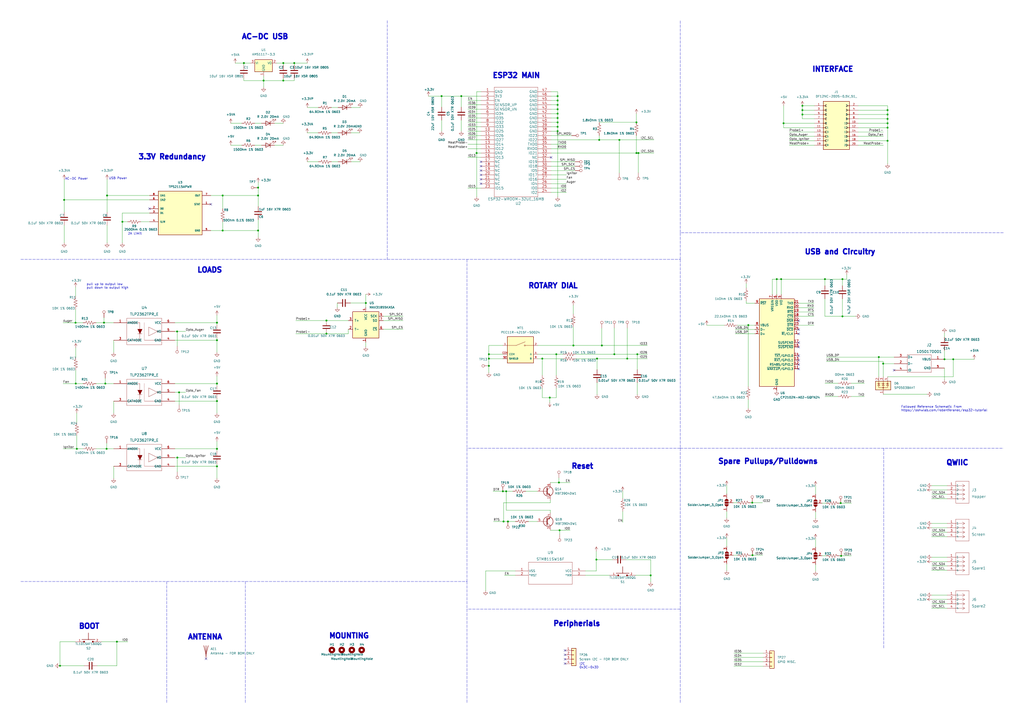
<source format=kicad_sch>
(kicad_sch (version 20211123) (generator eeschema)
  (paper "A2")
  (title_block (title "Smart Smoker Main") (date "2025-03-18") (rev "B"))
  (junction (at 359.283 81.153))
  (junction (at 323.469 63.373))
  (junction (at 369.697 205.486))
  (junction (at 212.217 175.768))
  (junction (at 44.577 260.35))
  (junction (at 61.849 260.35))
  (junction (at 283.591 208.026))
  (junction (at 324.231 279.908))
  (junction (at 103.886 227.584))
  (junction (at 356.362 205.486))
  (junction (at 70.993 128.651))
  (junction (at 323.469 68.453))
  (junction (at 478.536 161.925))
  (junction (at 332.613 200.406))
  (junction (at 102.743 192.278))
  (junction (at 488.696 161.925))
  (junction (at 149.733 133.731))
  (junction (at 164.338 46.736))
  (junction (at 347.599 81.153))
  (junction (at 450.596 161.925))
  (junction (at 509.778 207.137))
  (junction (at 276.479 88.773))
  (junction (at 149.733 108.839))
  (junction (at 514.858 68.961))
  (junction (at 125.857 187.198))
  (junction (at 34.798 386.207))
  (junction (at 363.855 208.026))
  (junction (at 323.469 73.533))
  (junction (at 152.908 46.736))
  (junction (at 514.858 81.661))
  (junction (at 283.591 212.217))
  (junction (at 170.688 36.576))
  (junction (at 514.858 71.501))
  (junction (at 314.579 208.026))
  (junction (at 43.815 187.198))
  (junction (at 125.857 222.504))
  (junction (at 324.612 307.594))
  (junction (at 512.318 210.947))
  (junction (at 102.87 265.43))
  (junction (at 256.159 55.753))
  (junction (at 552.958 208.407))
  (junction (at 322.707 205.486))
  (junction (at 488.696 183.515))
  (junction (at 164.338 36.576))
  (junction (at 454.533 71.501))
  (junction (at 465.455 61.341))
  (junction (at 547.878 208.407))
  (junction (at 267.589 55.753))
  (junction (at 323.469 60.833))
  (junction (at 346.329 208.026))
  (junction (at 149.733 113.411))
  (junction (at 141.478 36.576))
  (junction (at 369.189 88.773))
  (junction (at 189.357 193.548))
  (junction (at 369.189 70.993))
  (junction (at 453.136 161.925))
  (junction (at 323.469 58.293))
  (junction (at 487.934 322.453))
  (junction (at 465.455 63.881))
  (junction (at 436.499 322.072))
  (junction (at 67.818 372.237))
  (junction (at 345.948 324.612))
  (junction (at 283.591 205.486))
  (junction (at 434.086 188.595))
  (junction (at 37.211 115.951))
  (junction (at 125.857 232.664))
  (junction (at 514.858 63.881))
  (junction (at 323.469 65.913))
  (junction (at 514.858 66.421))
  (junction (at 323.469 76.073))
  (junction (at 514.858 74.041))
  (junction (at 62.103 113.411))
  (junction (at 60.325 187.198))
  (junction (at 323.469 70.993))
  (junction (at 292.1 302.514))
  (junction (at 465.455 66.421))
  (junction (at 125.857 197.358))
  (junction (at 291.719 284.988))
  (junction (at 61.087 222.504))
  (junction (at 349.123 200.406))
  (junction (at 318.897 230.632))
  (junction (at 129.159 113.411))
  (junction (at 436.372 291.592))
  (junction (at 294.64 302.514))
  (junction (at 370.332 88.773))
  (junction (at 293.624 284.988))
  (junction (at 323.469 55.753))
  (junction (at 43.942 222.504))
  (junction (at 189.357 185.928))
  (junction (at 487.68 291.846))
  (junction (at 377.444 333.756))
  (junction (at 125.857 260.35))
  (junction (at 129.159 133.731))
  (junction (at 125.857 270.51))
  (no_connect (at 463.296 193.675))
  (no_connect (at 327.787 379.857))
  (no_connect (at 319.659 91.313))
  (no_connect (at 279.019 106.553))
  (no_connect (at 279.019 104.013))
  (no_connect (at 86.741 121.031))
  (no_connect (at 463.296 201.295))
  (no_connect (at 279.019 93.853))
  (no_connect (at 119.507 382.143))
  (no_connect (at 463.296 198.755))
  (no_connect (at 463.296 213.995))
  (no_connect (at 279.019 96.393))
  (no_connect (at 122.301 118.491))
  (no_connect (at 327.787 377.317))
  (no_connect (at 279.019 98.933))
  (no_connect (at 327.787 384.937))
  (no_connect (at 463.296 186.055))
  (no_connect (at 327.787 382.397))
  (no_connect (at 518.668 214.757))
  (no_connect (at 463.296 206.375))
  (no_connect (at 279.019 101.473))
  (no_connect (at 463.296 191.135))
  (no_connect (at 463.296 208.915))
  (no_connect (at 463.296 211.455))
  (wire (pts (xy 70.993 123.571) (xy 70.993 128.651)))
  (wire (pts (xy 476.885 322.453) (xy 479.298 322.453)))
  (wire (pts (xy 319.659 60.833) (xy 323.469 60.833)))
  (wire (pts (xy 497.84 74.041) (xy 514.858 74.041)))
  (wire (pts (xy 450.596 161.925) (xy 453.136 161.925)))
  (wire (pts (xy 319.278 290.068) (xy 319.278 291.592)))
  (wire (pts (xy 478.536 183.515) (xy 478.536 173.355)))
  (wire (pts (xy 61.849 257.048) (xy 61.849 260.35)))
  (wire (pts (xy 540.385 311.277) (xy 549.402 311.277)))
  (wire (pts (xy 271.399 78.613) (xy 279.019 78.613)))
  (wire (pts (xy 43.815 179.451) (xy 43.815 187.198)))
  (wire (pts (xy 152.908 44.196) (xy 152.908 46.736)))
  (wire (pts (xy 448.056 161.925) (xy 450.596 161.925)))
  (wire (pts (xy 323.469 76.073) (xy 323.469 114.173)))
  (wire (pts (xy 448.056 170.815) (xy 448.056 161.925)))
  (wire (pts (xy 514.858 61.341) (xy 514.858 63.881)))
  (wire (pts (xy 497.84 81.661) (xy 514.858 81.661)))
  (wire (pts (xy 125.857 269.24) (xy 125.857 270.51)))
  (wire (pts (xy 60.325 184.277) (xy 60.325 187.198)))
  (wire (pts (xy 370.332 88.773) (xy 379.349 88.773)))
  (wire (pts (xy 540.512 308.737) (xy 549.402 308.737)))
  (wire (pts (xy 359.283 81.153) (xy 379.349 81.153)))
  (wire (pts (xy 292.1 291.592) (xy 292.1 302.514)))
  (wire (pts (xy 122.301 133.731) (xy 129.159 133.731)))
  (wire (pts (xy 101.473 227.584) (xy 103.886 227.584)))
  (wire (pts (xy 345.948 324.612) (xy 355.346 324.612)))
  (wire (pts (xy 43.942 222.504) (xy 48.133 222.504)))
  (wire (pts (xy 319.659 104.013) (xy 328.549 104.013)))
  (wire (pts (xy 465.455 66.421) (xy 465.455 63.881)))
  (wire (pts (xy 478.536 229.997) (xy 486.156 229.997)))
  (wire (pts (xy 271.399 63.373) (xy 279.019 63.373)))
  (polyline (pts (xy 394.589 353.314) (xy 270.891 353.314)))
  (wire (pts (xy 129.159 113.411) (xy 149.733 113.411)))
  (wire (pts (xy 271.399 68.453) (xy 279.019 68.453)))
  (wire (pts (xy 349.123 190.373) (xy 349.123 200.406)))
  (polyline (pts (xy 270.891 150.495) (xy 270.891 337.312)))
  (wire (pts (xy 271.399 76.073) (xy 279.019 76.073)))
  (wire (pts (xy 314.579 208.026) (xy 314.579 217.678)))
  (wire (pts (xy 125.857 222.504) (xy 125.857 223.774)))
  (wire (pts (xy 291.719 200.406) (xy 283.591 200.406)))
  (wire (pts (xy 421.64 312.039) (xy 421.64 316.992)))
  (wire (pts (xy 291.719 205.486) (xy 283.591 205.486)))
  (wire (pts (xy 256.159 69.723) (xy 256.159 76.073)))
  (wire (pts (xy 203.708 62.357) (xy 208.915 62.357)))
  (wire (pts (xy 102.87 265.43) (xy 102.87 273.685)))
  (wire (pts (xy 426.466 191.135) (xy 437.896 191.135)))
  (wire (pts (xy 36.576 260.35) (xy 44.577 260.35)))
  (wire (pts (xy 306.578 302.514) (xy 311.658 302.514)))
  (wire (pts (xy 164.338 45.466) (xy 164.338 46.736)))
  (wire (pts (xy 271.399 83.693) (xy 279.019 83.693)))
  (wire (pts (xy 298.958 331.216) (xy 281.686 331.216)))
  (wire (pts (xy 347.599 70.993) (xy 369.189 70.993)))
  (wire (pts (xy 164.338 36.576) (xy 164.338 37.846)))
  (wire (pts (xy 152.908 46.736) (xy 152.908 50.546)))
  (wire (pts (xy 473.075 281.813) (xy 473.075 286.766)))
  (wire (pts (xy 294.64 302.514) (xy 298.958 302.514)))
  (wire (pts (xy 267.589 55.753) (xy 279.019 55.753)))
  (wire (pts (xy 426.466 193.675) (xy 437.896 193.675)))
  (wire (pts (xy 359.283 81.153) (xy 359.283 100.33)))
  (wire (pts (xy 487.934 322.453) (xy 493.903 322.453)))
  (wire (pts (xy 203.581 77.089) (xy 208.661 77.089)))
  (wire (pts (xy 293.624 295.91) (xy 293.624 284.988)))
  (wire (pts (xy 472.44 68.961) (xy 465.455 68.961)))
  (wire (pts (xy 377.444 324.612) (xy 377.444 333.756)))
  (wire (pts (xy 319.659 65.913) (xy 323.469 65.913)))
  (wire (pts (xy 339.598 333.756) (xy 353.568 333.756)))
  (wire (pts (xy 324.231 279.908) (xy 330.708 279.908)))
  (wire (pts (xy 362.966 324.612) (xy 377.444 324.612)))
  (wire (pts (xy 486.918 291.846) (xy 487.68 291.846)))
  (wire (pts (xy 319.659 68.453) (xy 323.469 68.453)))
  (wire (pts (xy 149.733 105.791) (xy 149.733 108.839)))
  (wire (pts (xy 427.736 188.595) (xy 434.086 188.595)))
  (wire (pts (xy 283.591 208.026) (xy 283.591 212.217)))
  (wire (pts (xy 129.159 133.731) (xy 149.733 133.731)))
  (wire (pts (xy 319.659 53.213) (xy 323.469 53.213)))
  (wire (pts (xy 37.211 115.951) (xy 86.741 115.951)))
  (wire (pts (xy 170.688 36.576) (xy 170.688 37.846)))
  (wire (pts (xy 509.778 207.137) (xy 518.668 207.137)))
  (wire (pts (xy 334.137 205.486) (xy 356.362 205.486)))
  (wire (pts (xy 319.278 297.434) (xy 319.278 295.91)))
  (wire (pts (xy 171.577 193.548) (xy 189.357 193.548)))
  (wire (pts (xy 271.399 109.093) (xy 279.019 109.093)))
  (wire (pts (xy 361.188 284.988) (xy 361.188 289.052)))
  (polyline (pts (xy 582.041 135.001) (xy 394.589 135.001)))
  (wire (pts (xy 291.719 208.026) (xy 283.591 208.026)))
  (wire (pts (xy 476.885 291.846) (xy 479.298 291.846)))
  (wire (pts (xy 212.217 198.628) (xy 212.217 201.168)))
  (wire (pts (xy 457.835 84.201) (xy 472.44 84.201)))
  (wire (pts (xy 319.659 78.613) (xy 331.597 78.613)))
  (wire (pts (xy 62.103 104.013) (xy 62.103 113.411)))
  (wire (pts (xy 369.697 221.996) (xy 369.697 228.854)))
  (wire (pts (xy 271.399 58.293) (xy 279.019 58.293)))
  (wire (pts (xy 298.958 333.756) (xy 292.608 333.756)))
  (wire (pts (xy 450.596 161.925) (xy 450.596 170.815)))
  (wire (pts (xy 102.743 192.278) (xy 102.743 200.787)))
  (wire (pts (xy 312.039 208.026) (xy 314.579 208.026)))
  (wire (pts (xy 44.577 252.603) (xy 44.577 260.35)))
  (wire (pts (xy 171.577 185.928) (xy 189.357 185.928)))
  (wire (pts (xy 323.469 55.753) (xy 323.469 58.293)))
  (wire (pts (xy 152.908 46.736) (xy 164.338 46.736)))
  (wire (pts (xy 125.857 270.51) (xy 125.857 277.495)))
  (polyline (pts (xy 224.663 150.495) (xy 394.589 150.495)))
  (wire (pts (xy 189.357 185.928) (xy 202.057 185.928)))
  (wire (pts (xy 540.385 352.806) (xy 549.402 352.806)))
  (wire (pts (xy 140.208 71.501) (xy 133.858 71.501)))
  (wire (pts (xy 323.469 58.293) (xy 323.469 60.833)))
  (wire (pts (xy 192.151 77.089) (xy 195.961 77.089)))
  (wire (pts (xy 549.402 284.226) (xy 540.512 284.226)))
  (wire (pts (xy 125.857 260.35) (xy 125.857 261.62)))
  (polyline (pts (xy 394.589 150.495) (xy 394.589 259.969)))
  (wire (pts (xy 60.325 187.198) (xy 65.913 187.198)))
  (wire (pts (xy 369.697 205.486) (xy 369.697 214.376)))
  (wire (pts (xy 347.599 78.613) (xy 347.599 81.153)))
  (wire (pts (xy 222.377 185.928) (xy 233.807 185.928)))
  (wire (pts (xy 203.327 175.768) (xy 212.217 175.768)))
  (wire (pts (xy 65.913 270.51) (xy 65.913 277.495)))
  (wire (pts (xy 62.103 113.411) (xy 86.741 113.411)))
  (wire (pts (xy 34.798 386.207) (xy 48.768 386.207)))
  (wire (pts (xy 324.231 277.241) (xy 324.231 279.908)))
  (wire (pts (xy 497.84 63.881) (xy 514.858 63.881)))
  (wire (pts (xy 369.189 78.613) (xy 369.189 88.773)))
  (wire (pts (xy 463.296 178.435) (xy 472.186 178.435)))
  (wire (pts (xy 512.445 84.201) (xy 497.84 84.201)))
  (wire (pts (xy 164.338 36.576) (xy 170.688 36.576)))
  (wire (pts (xy 281.686 331.216) (xy 281.686 342.646)))
  (wire (pts (xy 487.68 291.846) (xy 493.903 291.846)))
  (wire (pts (xy 62.103 113.411) (xy 62.103 123.063)))
  (wire (pts (xy 61.087 219.456) (xy 61.087 222.504)))
  (wire (pts (xy 271.399 70.993) (xy 279.019 70.993)))
  (wire (pts (xy 319.659 93.853) (xy 333.629 93.853)))
  (wire (pts (xy 478.536 222.377) (xy 486.156 222.377)))
  (wire (pts (xy 332.613 177.038) (xy 332.613 182.118)))
  (wire (pts (xy 478.536 161.925) (xy 488.696 161.925)))
  (wire (pts (xy 332.613 189.738) (xy 332.613 200.406)))
  (wire (pts (xy 409.956 188.595) (xy 420.116 188.595)))
  (wire (pts (xy 454.533 74.041) (xy 454.533 71.501)))
  (wire (pts (xy 493.776 229.997) (xy 501.396 229.997)))
  (wire (pts (xy 81.661 128.651) (xy 86.741 128.651)))
  (wire (pts (xy 314.579 208.026) (xy 326.517 208.026)))
  (wire (pts (xy 540.512 303.657) (xy 549.402 303.657)))
  (wire (pts (xy 319.659 83.693) (xy 328.549 83.693)))
  (wire (pts (xy 322.707 205.486) (xy 326.517 205.486)))
  (wire (pts (xy 65.913 197.358) (xy 65.913 204.343)))
  (wire (pts (xy 37.211 104.013) (xy 37.211 115.951)))
  (wire (pts (xy 129.159 113.411) (xy 129.159 121.031)))
  (wire (pts (xy 267.589 55.753) (xy 267.589 62.103)))
  (wire (pts (xy 497.84 61.341) (xy 514.858 61.341)))
  (wire (pts (xy 540.385 289.306) (xy 549.402 289.306)))
  (wire (pts (xy 149.733 127.381) (xy 149.733 133.731)))
  (wire (pts (xy 465.455 63.881) (xy 465.455 61.341)))
  (wire (pts (xy 212.217 170.688) (xy 212.217 175.768)))
  (wire (pts (xy 314.579 225.298) (xy 314.579 230.632)))
  (wire (pts (xy 283.591 205.486) (xy 283.591 208.026)))
  (wire (pts (xy 67.818 372.237) (xy 74.168 372.237)))
  (wire (pts (xy 44.577 239.649) (xy 44.577 244.983)))
  (wire (pts (xy 491.236 159.385) (xy 491.236 161.925)))
  (wire (pts (xy 271.399 73.533) (xy 279.019 73.533)))
  (wire (pts (xy 103.886 227.584) (xy 103.886 234.823)))
  (wire (pts (xy 159.258 84.201) (xy 164.338 84.201)))
  (wire (pts (xy 514.858 81.661) (xy 514.858 94.996)))
  (wire (pts (xy 319.659 101.473) (xy 328.549 101.473)))
  (wire (pts (xy 101.473 270.51) (xy 125.857 270.51)))
  (wire (pts (xy 463.296 180.975) (xy 472.186 180.975)))
  (wire (pts (xy 62.103 130.683) (xy 62.103 140.843)))
  (wire (pts (xy 55.753 260.35) (xy 61.849 260.35)))
  (wire (pts (xy 425.704 383.921) (xy 442.722 383.921)))
  (wire (pts (xy 457.835 79.121) (xy 472.44 79.121)))
  (wire (pts (xy 248.539 55.753) (xy 256.159 55.753)))
  (wire (pts (xy 319.659 63.373) (xy 323.469 63.373)))
  (wire (pts (xy 271.399 81.153) (xy 279.019 81.153)))
  (wire (pts (xy 473.075 312.42) (xy 473.075 317.373)))
  (wire (pts (xy 37.211 115.951) (xy 37.211 123.063)))
  (wire (pts (xy 170.688 36.576) (xy 178.308 36.576)))
  (wire (pts (xy 319.659 55.753) (xy 323.469 55.753)))
  (wire (pts (xy 291.719 284.988) (xy 293.624 284.988)))
  (wire (pts (xy 434.086 188.595) (xy 434.086 224.155)))
  (wire (pts (xy 436.499 322.072) (xy 442.468 322.072)))
  (wire (pts (xy 346.329 208.026) (xy 363.855 208.026)))
  (wire (pts (xy 425.704 378.841) (xy 442.722 378.841)))
  (wire (pts (xy 55.753 222.504) (xy 61.087 222.504)))
  (wire (pts (xy 283.591 212.217) (xy 283.591 216.154)))
  (wire (pts (xy 432.816 175.895) (xy 432.816 174.625)))
  (wire (pts (xy 276.479 53.213) (xy 276.479 88.773)))
  (polyline (pts (xy 394.589 259.969) (xy 270.891 259.969)))
  (wire (pts (xy 453.136 161.925) (xy 453.136 170.815)))
  (wire (pts (xy 540.512 345.186) (xy 549.402 345.186)))
  (wire (pts (xy 421.64 330.962) (xy 421.64 327.152)))
  (wire (pts (xy 192.278 62.357) (xy 196.088 62.357)))
  (wire (pts (xy 44.577 260.35) (xy 48.133 260.35)))
  (wire (pts (xy 472.44 66.421) (xy 465.455 66.421)))
  (wire (pts (xy 67.818 372.237) (xy 58.928 372.237)))
  (wire (pts (xy 122.301 113.411) (xy 129.159 113.411)))
  (wire (pts (xy 323.469 63.373) (xy 323.469 65.913)))
  (wire (pts (xy 463.296 183.515) (xy 472.186 183.515)))
  (wire (pts (xy 271.399 65.913) (xy 279.019 65.913)))
  (wire (pts (xy 70.993 128.651) (xy 70.993 140.843)))
  (wire (pts (xy 361.188 296.672) (xy 361.188 303.022)))
  (wire (pts (xy 463.296 188.595) (xy 472.186 188.595)))
  (wire (pts (xy 164.338 46.736) (xy 170.688 46.736)))
  (wire (pts (xy 129.159 128.651) (xy 129.159 133.731)))
  (wire (pts (xy 493.776 222.377) (xy 501.396 222.377)))
  (wire (pts (xy 170.688 45.466) (xy 170.688 46.736)))
  (wire (pts (xy 323.469 65.913) (xy 323.469 68.453)))
  (wire (pts (xy 184.658 93.853) (xy 178.308 93.853)))
  (wire (pts (xy 488.696 161.925) (xy 491.236 161.925)))
  (polyline (pts (xy 394.589 12.065) (xy 394.589 135.001)))
  (wire (pts (xy 319.278 279.908) (xy 324.231 279.908)))
  (wire (pts (xy 103.886 227.584) (xy 107.696 227.584)))
  (wire (pts (xy 319.659 88.773) (xy 369.189 88.773)))
  (polyline (pts (xy 12.065 337.312) (xy 270.891 337.312)))
  (wire (pts (xy 276.479 53.213) (xy 279.019 53.213)))
  (wire (pts (xy 339.598 331.216) (xy 345.948 331.216)))
  (wire (pts (xy 346.329 208.026) (xy 346.329 214.376)))
  (wire (pts (xy 125.857 218.186) (xy 125.857 222.504)))
  (polyline (pts (xy 270.891 337.312) (xy 270.891 407.924)))
  (wire (pts (xy 547.878 203.327) (xy 547.878 208.407)))
  (wire (pts (xy 457.835 76.581) (xy 472.44 76.581)))
  (wire (pts (xy 70.993 123.571) (xy 86.741 123.571)))
  (wire (pts (xy 305.054 284.988) (xy 311.658 284.988)))
  (wire (pts (xy 497.84 71.501) (xy 514.858 71.501)))
  (wire (pts (xy 540.512 281.686) (xy 549.402 281.686)))
  (wire (pts (xy 497.84 66.421) (xy 514.858 66.421)))
  (wire (pts (xy 101.473 192.278) (xy 102.743 192.278)))
  (wire (pts (xy 147.828 84.201) (xy 151.638 84.201)))
  (wire (pts (xy 286.004 284.988) (xy 291.719 284.988)))
  (wire (pts (xy 349.123 200.406) (xy 375.539 200.406)))
  (polyline (pts (xy 224.663 11.938) (xy 224.663 150.495)))
  (wire (pts (xy 319.659 96.393) (xy 333.629 96.393)))
  (wire (pts (xy 319.278 307.594) (xy 324.612 307.594)))
  (polyline (pts (xy 512.572 259.969) (xy 512.572 375.92)))
  (wire (pts (xy 356.362 190.246) (xy 356.362 205.486)))
  (wire (pts (xy 549.402 306.197) (xy 540.512 306.197)))
  (wire (pts (xy 472.44 74.041) (xy 454.533 74.041)))
  (wire (pts (xy 465.455 68.961) (xy 465.455 66.421)))
  (wire (pts (xy 319.659 81.153) (xy 347.599 81.153)))
  (wire (pts (xy 514.858 71.501) (xy 514.858 74.041)))
  (wire (pts (xy 322.707 230.632) (xy 318.897 230.632)))
  (wire (pts (xy 276.479 88.773) (xy 279.019 88.773)))
  (wire (pts (xy 540.512 286.766) (xy 549.402 286.766)))
  (wire (pts (xy 195.707 175.768) (xy 195.707 178.308)))
  (wire (pts (xy 147.828 71.501) (xy 151.638 71.501)))
  (wire (pts (xy 192.278 93.853) (xy 196.088 93.853)))
  (wire (pts (xy 292.1 302.514) (xy 294.64 302.514)))
  (wire (pts (xy 425.45 322.072) (xy 427.863 322.072)))
  (wire (pts (xy 345.948 324.612) (xy 345.948 331.216)))
  (wire (pts (xy 322.707 205.486) (xy 322.707 217.678)))
  (wire (pts (xy 293.624 295.91) (xy 319.278 295.91)))
  (wire (pts (xy 512.318 228.727) (xy 537.718 228.727)))
  (wire (pts (xy 37.211 130.683) (xy 37.211 140.843)))
  (wire (pts (xy 323.469 73.533) (xy 323.469 76.073)))
  (wire (pts (xy 472.44 71.501) (xy 454.533 71.501)))
  (wire (pts (xy 141.478 36.576) (xy 141.478 37.846)))
  (wire (pts (xy 67.818 372.237) (xy 67.818 386.207)))
  (wire (pts (xy 347.599 81.153) (xy 359.283 81.153)))
  (wire (pts (xy 319.659 106.553) (xy 328.549 106.553)))
  (wire (pts (xy 547.878 213.487) (xy 547.878 220.345)))
  (wire (pts (xy 369.189 88.773) (xy 370.332 88.773)))
  (wire (pts (xy 472.44 63.881) (xy 465.455 63.881)))
  (wire (pts (xy 363.855 208.026) (xy 375.539 208.026)))
  (wire (pts (xy 212.217 175.768) (xy 212.217 178.308)))
  (wire (pts (xy 323.469 53.213) (xy 323.469 55.753)))
  (wire (pts (xy 102.87 265.43) (xy 107.696 265.43)))
  (wire (pts (xy 184.531 77.089) (xy 178.181 77.089)))
  (wire (pts (xy 473.075 300.736) (xy 473.075 296.926)))
  (wire (pts (xy 356.362 205.486) (xy 369.697 205.486)))
  (wire (pts (xy 256.159 55.753) (xy 256.159 62.103)))
  (wire (pts (xy 184.658 62.357) (xy 178.308 62.357)))
  (wire (pts (xy 312.039 205.486) (xy 322.707 205.486)))
  (wire (pts (xy 283.591 200.406) (xy 283.591 205.486)))
  (wire (pts (xy 425.704 386.461) (xy 442.722 386.461)))
  (wire (pts (xy 101.473 232.664) (xy 125.857 232.664)))
  (wire (pts (xy 323.469 68.453) (xy 323.469 70.993)))
  (wire (pts (xy 514.858 218.567) (xy 552.958 218.567)))
  (wire (pts (xy 540.512 350.266) (xy 549.402 350.266)))
  (wire (pts (xy 509.778 207.137) (xy 509.778 218.567)))
  (wire (pts (xy 319.659 86.233) (xy 328.549 86.233)))
  (polyline (pts (xy 96.774 337.312) (xy 96.774 407.924)))
  (wire (pts (xy 222.377 191.008) (xy 233.807 191.008)))
  (wire (pts (xy 547.878 208.407) (xy 552.958 208.407)))
  (wire (pts (xy 369.189 65.913) (xy 369.189 70.993)))
  (wire (pts (xy 463.296 175.895) (xy 472.186 175.895)))
  (wire (pts (xy 145.288 36.576) (xy 141.478 36.576)))
  (wire (pts (xy 61.087 222.504) (xy 65.913 222.504)))
  (polyline (pts (xy 12.065 150.495) (xy 224.663 150.495)))
  (wire (pts (xy 332.613 200.406) (xy 349.123 200.406)))
  (polyline (pts (xy 142.367 337.312) (xy 142.367 408.051)))
  (wire (pts (xy 319.659 98.933) (xy 333.629 98.933)))
  (wire (pts (xy 434.086 231.775) (xy 434.086 236.855)))
  (wire (pts (xy 552.958 218.567) (xy 552.958 208.407)))
  (wire (pts (xy 125.857 231.394) (xy 125.857 232.664)))
  (wire (pts (xy 43.942 201.803) (xy 43.942 207.137)))
  (polyline (pts (xy 394.589 150.495) (xy 394.589 134.747)))
  (wire (pts (xy 512.445 79.121) (xy 497.84 79.121)))
  (wire (pts (xy 292.1 291.592) (xy 319.278 291.592)))
  (wire (pts (xy 140.208 84.201) (xy 133.858 84.201)))
  (wire (pts (xy 324.612 307.594) (xy 330.708 307.594)))
  (wire (pts (xy 488.696 161.925) (xy 488.696 165.735)))
  (wire (pts (xy 547.878 193.167) (xy 547.878 195.707)))
  (wire (pts (xy 488.696 173.355) (xy 488.696 183.515)))
  (wire (pts (xy 101.473 260.35) (xy 125.857 260.35)))
  (wire (pts (xy 286.258 302.514) (xy 292.1 302.514)))
  (wire (pts (xy 36.576 222.504) (xy 43.942 222.504)))
  (wire (pts (xy 101.473 187.198) (xy 125.857 187.198)))
  (wire (pts (xy 370.332 88.773) (xy 370.332 100.203)))
  (wire (pts (xy 125.857 182.88) (xy 125.857 187.198)))
  (wire (pts (xy 149.733 133.731) (xy 149.733 137.541)))
  (wire (pts (xy 141.478 36.576) (xy 136.398 36.576)))
  (wire (pts (xy 540.512 323.215) (xy 549.402 323.215)))
  (wire (pts (xy 55.753 187.198) (xy 60.325 187.198)))
  (wire (pts (xy 319.659 76.073) (xy 323.469 76.073)))
  (wire (pts (xy 549.402 347.726) (xy 540.512 347.726)))
  (wire (pts (xy 222.377 183.388) (xy 233.807 183.388)))
  (wire (pts (xy 43.815 166.497) (xy 43.815 171.831)))
  (wire (pts (xy 421.513 281.559) (xy 421.513 286.512)))
  (wire (pts (xy 271.399 86.233) (xy 279.019 86.233)))
  (polyline (pts (xy 394.589 259.969) (xy 394.589 353.314)))
  (wire (pts (xy 323.469 70.993) (xy 323.469 73.533)))
  (wire (pts (xy 437.896 175.895) (xy 432.816 175.895)))
  (wire (pts (xy 514.858 63.881) (xy 514.858 66.421)))
  (wire (pts (xy 125.857 256.032) (xy 125.857 260.35)))
  (wire (pts (xy 512.318 209.677) (xy 512.318 210.947)))
  (wire (pts (xy 549.402 325.755) (xy 540.512 325.755)))
  (wire (pts (xy 319.659 58.293) (xy 323.469 58.293)))
  (wire (pts (xy 346.329 221.996) (xy 346.329 228.854)))
  (wire (pts (xy 276.479 88.773) (xy 276.479 114.173)))
  (wire (pts (xy 435.356 291.592) (xy 436.372 291.592)))
  (wire (pts (xy 43.815 187.198) (xy 48.133 187.198)))
  (wire (pts (xy 345.948 319.786) (xy 345.948 324.612)))
  (wire (pts (xy 478.536 161.925) (xy 478.536 165.735)))
  (wire (pts (xy 363.855 190.246) (xy 363.855 208.026)))
  (wire (pts (xy 101.473 197.358) (xy 125.857 197.358)))
  (wire (pts (xy 319.659 70.993) (xy 323.469 70.993)))
  (wire (pts (xy 101.473 265.43) (xy 102.87 265.43)))
  (wire (pts (xy 436.372 291.592) (xy 442.341 291.592)))
  (wire (pts (xy 312.039 200.406) (xy 332.613 200.406)))
  (wire (pts (xy 159.258 71.501) (xy 164.338 71.501)))
  (wire (pts (xy 318.897 230.632) (xy 318.897 233.426)))
  (wire (pts (xy 496.316 183.515) (xy 488.696 183.515)))
  (wire (pts (xy 319.659 73.533) (xy 323.469 73.533)))
  (wire (pts (xy 540.512 328.295) (xy 549.402 328.295)))
  (wire (pts (xy 512.318 210.947) (xy 512.318 218.567)))
  (wire (pts (xy 514.858 68.961) (xy 514.858 71.501)))
  (wire (pts (xy 293.624 284.988) (xy 297.434 284.988)))
  (wire (pts (xy 101.473 222.504) (xy 125.857 222.504)))
  (wire (pts (xy 102.743 192.278) (xy 107.696 192.278)))
  (wire (pts (xy 160.528 36.576) (xy 164.338 36.576)))
  (wire (pts (xy 454.533 71.501) (xy 454.533 61.341)))
  (wire (pts (xy 540.385 330.835) (xy 549.402 330.835)))
  (wire (pts (xy 514.858 74.041) (xy 514.858 81.661)))
  (wire (pts (xy 203.708 93.853) (xy 208.915 93.853)))
  (wire (pts (xy 324.612 310.007) (xy 324.612 307.594)))
  (wire (pts (xy 453.136 161.925) (xy 478.536 161.925)))
  (wire (pts (xy 486.918 322.453) (xy 487.934 322.453)))
  (polyline (pts (xy 394.589 353.314) (xy 394.589 407.924)))
  (wire (pts (xy 479.298 207.137) (xy 509.778 207.137)))
  (wire (pts (xy 152.908 46.736) (xy 141.478 46.736)))
  (wire (pts (xy 322.707 225.298) (xy 322.707 230.632)))
  (wire (pts (xy 377.444 333.756) (xy 368.808 333.756)))
  (wire (pts (xy 457.835 81.661) (xy 472.44 81.661)))
  (wire (pts (xy 497.84 68.961) (xy 514.858 68.961)))
  (wire (pts (xy 514.858 66.421) (xy 514.858 68.961)))
  (wire (pts (xy 125.857 197.358) (xy 125.857 204.343)))
  (wire (pts (xy 465.455 61.341) (xy 472.44 61.341)))
  (wire (pts (xy 473.075 331.343) (xy 473.075 327.533)))
  (wire (pts (xy 432.816 164.465) (xy 432.816 167.005)))
  (wire (pts (xy 70.993 128.651) (xy 74.041 128.651)))
  (wire (pts (xy 189.357 193.548) (xy 202.057 193.548)))
  (polyline (pts (xy 394.589 259.969) (xy 582.041 259.969)))
  (wire (pts (xy 36.576 187.198) (xy 43.815 187.198)))
  (wire (pts (xy 125.857 196.088) (xy 125.857 197.358)))
  (wire (pts (xy 256.159 55.753) (xy 267.589 55.753)))
  (wire (pts (xy 437.896 188.595) (xy 434.086 188.595)))
  (wire (pts (xy 125.857 187.198) (xy 125.857 188.468)))
  (wire (pts (xy 512.445 76.581) (xy 497.84 76.581)))
  (wire (pts (xy 125.857 232.664) (xy 125.857 239.649)))
  (wire (pts (xy 319.659 109.093) (xy 328.549 109.093)))
  (wire (pts (xy 141.478 46.736) (xy 141.478 45.466)))
  (wire (pts (xy 323.469 60.833) (xy 323.469 63.373)))
  (wire (pts (xy 34.798 372.237) (xy 43.688 372.237)))
  (wire (pts (xy 149.733 113.411) (xy 149.733 119.761)))
  (wire (pts (xy 56.388 386.207) (xy 67.818 386.207)))
  (wire (pts (xy 65.913 232.664) (xy 65.913 239.649)))
  (wire (pts (xy 552.958 208.407) (xy 565.15 208.407)))
  (wire (pts (xy 202.057 191.008) (xy 202.057 193.548)))
  (wire (pts (xy 314.579 230.632) (xy 318.897 230.632)))
  (wire (pts (xy 61.849 260.35) (xy 65.913 260.35)))
  (wire (pts (xy 334.137 208.026) (xy 346.329 208.026)))
  (wire (pts (xy 435.483 322.072) (xy 436.499 322.072)))
  (wire (pts (xy 267.589 69.723) (xy 267.589 76.073)))
  (wire (pts (xy 149.733 108.839) (xy 149.733 113.411)))
  (wire (pts (xy 488.696 183.515) (xy 478.536 183.515)))
  (wire (pts (xy 34.798 372.237) (xy 34.798 386.207)))
  (wire (pts (xy 377.444 337.566) (xy 377.444 333.756)))
  (wire (pts (xy 369.697 205.486) (xy 375.539 205.486)))
  (wire (pts (xy 512.318 210.947) (xy 518.668 210.947)))
  (wire (pts (xy 425.323 291.592) (xy 427.736 291.592)))
  (wire (pts (xy 271.399 91.313) (xy 279.019 91.313)))
  (wire (pts (xy 271.399 60.833) (xy 279.019 60.833)))
  (wire (pts (xy 425.704 381.381) (xy 442.722 381.381)))
  (wire (pts (xy 43.942 214.757) (xy 43.942 222.504)))
  (wire (pts (xy 421.513 300.482) (xy 421.513 296.672)))
  (wire (pts (xy 319.659 111.633) (xy 328.549 111.633)))
  (wire (pts (xy 479.298 209.677) (xy 512.318 209.677)))
  (text "Peripherials" (at 320.675 363.601 0) (effects (font (size 3 3) (thickness 1.016) bold) (justify left bottom)))
  (text "MOUNTING" (at 190.627 370.713 0) (effects (font (size 3 3) (thickness 1.016) bold) (justify left bottom)))
  (text "Reset" (at 331.216 272.288 0) (effects (font (size 3 3) (thickness 1.016) bold) (justify left bottom)))
  (text "2A Limit" (at 74.168 136.398 0) (effects (font (size 1.27 1.27)) (justify left bottom)))
  (text "AC-DC USB" (at 139.954 23.114 0) (effects (font (size 3 3) (thickness 1.016) bold) (justify left bottom)))
  (text "BOOT" (at 45.466 365.125 0) (effects (font (size 3 3) (thickness 1.016) bold) (justify left bottom)))
  (text "USB and Circuitry" (at 466.5218 147.955 0) (effects (font (size 3 3) (thickness 1.016) bold) (justify left bottom)))
  (text "INTERFACE" (at 470.916 42.037 0) (effects (font (size 3 3) (thickness 1.016) bold) (justify left bottom)))
  (text "USB Power" (at 63.119 104.267 0) (effects (font (size 1.27 1.27)) (justify left bottom)))
  (text "pull up to output low\npull down to output high" (at 50.165 167.767 0) (effects (font (size 1.27 1.27)) (justify left bottom)))
  (text "LOADS" (at 114.173 158.496 0) (effects (font (size 3 3) (thickness 1.016) bold) (justify left bottom)))
  (text "I2C\n0x3C-0x3D" (at 336.0674 387.985 0) (effects (font (size 1.27 1.27)) (justify left bottom)))
  (text "Spare Pullups/Pulldowns" (at 416.306 269.494 0) (effects (font (size 3 3) (thickness 1.016) bold) (justify left bottom)))
  (text "Followed Reference Schematic From\nhttps://oshwlab.com/robertferanec/esp32-tutorial" (at 522.732 238.887 0) (effects (font (size 1.27 1.27)) (justify left bottom)))
  (text "QWIIC" (at 548.64 270.256 0) (effects (font (size 3 3) (thickness 1.016) bold) (justify left bottom)))
  (text "AC-DC Power\n" (at 37.719 104.521 0) (effects (font (size 1.27 1.27)) (justify left bottom)))
  (text "ANTENNA" (at 108.6866 371.348 0) (effects (font (size 3 3) (thickness 1.016) bold) (justify left bottom)))
  (text "ESP32 MAIN" (at 285.4706 45.6692 0) (effects (font (size 3 3) (thickness 1.016) bold) (justify left bottom)))
  (text "ROTARY DIAL" (at 306.197 167.64 0) (effects (font (size 3 3) (thickness 1.016) bold) (justify left bottom)))
  (text "3.3V Redundancy" (at 80.01 92.837 0) (effects (font (size 3 3) (thickness 1.016) bold) (justify left bottom)))
  (label "Ignitor" (at 328.549 101.473 0))
  (label "MeatProbe+" (at 271.399 86.233 180))
  (label "Opto_Fan" (at 107.696 227.584 0))
  (label "IO32" (at 442.341 291.592 0))
  (label "MeatProbe-" (at 271.399 83.693 180))
  (label "SPI_MOSI" (at 331.597 78.613 180))
  (label "I2C_SDA" (at 540.512 286.766 0))
  (label "RXD0" (at 478.536 229.997 0))
  (label "RXD0" (at 328.549 86.233 180))
  (label "CTS" (at 472.186 183.515 180))
  (label "I2C_SDA" (at 540.512 350.266 0))
  (label "EN" (at 330.708 279.908 180))
  (label "SPI_MISO" (at 333.629 93.853 180))
  (label "IO32" (at 271.399 70.993 0))
  (label "TXD0" (at 478.536 222.377 0))
  (label "IO33" (at 271.399 73.533 0))
  (label "IO35" (at 425.704 383.921 0))
  (label "USB_DN" (at 426.466 191.135 0))
  (label "EN" (at 361.188 303.022 180))
  (label "Fan" (at 36.576 222.504 0))
  (label "IO0" (at 330.708 307.594 180))
  (label "TXD" (at 501.396 229.997 180))
  (label "IO25" (at 271.399 76.073 0))
  (label "I2C_SDA" (at 540.512 308.737 0))
  (label "IO34" (at 271.399 65.913 0))
  (label "MeatProbe-" (at 512.445 84.201 180))
  (label "MeatProbe+" (at 457.835 84.201 0))
  (label "I2C_SCL" (at 540.385 311.277 0))
  (label "SPI_SCK" (at 233.807 183.388 180))
  (label "TXD" (at 472.186 175.895 180))
  (label "Fan" (at 328.549 104.013 0))
  (label "IO27" (at 271.399 81.153 0))
  (label "IO36" (at 442.468 322.072 180))
  (label "IO26" (at 375.539 205.486 180))
  (label "IO0" (at 74.168 372.237 180))
  (label "SPI_SCK" (at 333.629 96.393 180))
  (label "Opto_Ignitor" (at 107.696 265.43 0))
  (label "IO35" (at 493.903 291.846 180))
  (label "IO35" (at 271.399 68.453 0))
  (label "IO36" (at 271.399 60.833 0))
  (label "USB_DP" (at 479.298 207.137 0))
  (label "Opto_Ignitor" (at 457.835 81.661 0))
  (label "I2C_SCL" (at 540.385 330.835 0))
  (label "Probe1+" (at 457.835 76.581 0))
  (label "IO15" (at 271.399 109.093 0))
  (label "IO25" (at 375.539 208.026 180))
  (label "I2C_SCL" (at 540.385 289.306 0))
  (label "I2C_SDA" (at 540.512 328.295 0))
  (label "Opto_Fan" (at 512.445 79.121 180))
  (label "RXD" (at 501.396 222.377 180))
  (label "IO26" (at 271.399 78.613 0))
  (label "Auger" (at 328.549 106.553 0))
  (label "IO39" (at 271.399 63.373 0))
  (label "RTS" (at 472.186 180.975 180))
  (label "EN" (at 271.399 58.293 0))
  (label "RXD" (at 472.186 178.435 180))
  (label "I2C_SDA" (at 379.349 88.773 180))
  (label "IO34" (at 493.903 322.453 180))
  (label "I2C_SCL" (at 379.349 81.153 180))
  (label "IO13" (at 271.399 91.313 0))
  (label "USB_DN" (at 479.298 209.677 0))
  (label "EN" (at 292.608 333.756 0))
  (label "Opto_Auger" (at 457.835 79.121 0))
  (label "IO33" (at 375.539 200.406 180))
  (label "Probe1+" (at 171.577 185.928 0))
  (label "TXD0" (at 328.549 83.693 180))
  (label "DTR" (at 286.004 284.988 0))
  (label "IO36" (at 425.704 378.841 0))
  (label "Probe1-" (at 171.577 193.548 0))
  (label "SPI_CS" (at 333.629 98.933 180))
  (label "IO0" (at 328.549 109.093 180))
  (label "IO34" (at 425.704 381.381 0))
  (label "Auger" (at 36.576 187.198 0))
  (label "I2C_SCL" (at 540.385 352.806 0))
  (label "Opto_Auger" (at 107.696 192.278 0))
  (label "DTR" (at 472.186 188.595 180))
  (label "Ignitor" (at 36.576 260.35 0))
  (label "IO2" (at 328.549 111.633 180))
  (label "USB_DP" (at 426.466 193.675 0))
  (label "IO32" (at 425.704 386.461 0))
  (label "SPI_MISO" (at 233.807 185.928 180))
  (label "RTS" (at 286.258 302.514 0))
  (label "SPI_CS" (at 233.807 191.008 180))
  (label "Probe1-" (at 512.445 76.581 180))
  (symbol (lib_id "power:+3.3V") (at 473.075 281.813 0) (mirror y) (unit 1)
    (property "Reference" "#PWR062" (effects hide))
    (property "Value" "+3.3V" (at 466.979 281.813 0) (effects (justify right)))
  )
  (symbol (lib_id "power:+3.3VA") (at 178.181 77.089 0) (unit 1)
    (property "Reference" "#PWR014" (effects hide))
    (property "Value" "+3.3VA" (at 178.181 72.009 0))
  )
  (symbol (lib_id "power:GND") (at 434.086 236.855 0) (unit 1)
    (property "Reference" "#PWR053" (effects hide))
    (property "Value" "GND" (at 434.086 241.935 0))
  )
  (symbol (lib_id "Connector:TestPoint") (at 436.372 291.592 0) (unit 1)
    (property "Reference" "TP20" (at 438.277 288.2899 0) (effects (justify left)))
    (property "Value" "TP" (effects hide))
    (property "Footprint" "TestPoint:TestPoint_Pad_D1.0mm" (effects hide))
  )
  (symbol (lib_id "Device:C") (at 125.857 192.278 0) (mirror y) (unit 1)
    (property "Reference" "C13" (at 123.698 190.246 0))
    (property "Value" "0.1uF 50V X7R 0603" (at 115.443 194.945 0))
    (property "Footprint" "Capacitor_SMD:C_0603_1608Metric" (effects hide))
    (property "Manufacturer" "Samsung Electro-Mechanics" (effects hide))
    (property "Manufacturer Part Number" "CL10B104KB8NNWC" (effects hide))
    (property "Vendor" "Digikey" (effects hide))
    (property "Vendor Part Number" "1276-1935-1-ND" (effects hide))
  )
  (symbol (lib_id "PRT-14417:PRT-14417") (at 549.402 323.215 0) (unit 1)
    (property "Reference" "J5" (at 563.626 325.755 0) (effects (font (size 1.524 1.524)) (justify left)))
    (property "Value" "Spare1" (at 563.626 329.565 0) (effects (font (size 1.524 1.524)) (justify left)))
    (property "Footprint" "Customs Smoker:PRT-14417" (effects hide))
    (property "Datasheet" "PRT-14417" (effects hide))
    (property "Manufacturer" "SparkFun Electronics" (effects hide))
    (property "Manufacturer Part Number" "PRT-14417" (effects hide))
    (property "Vendor" "Digikey" (effects hide))
    (property "Vendor Part Number" "PRT-14417-ND" (effects hide))
  )
  (symbol (lib_id "Device:LED") (at 199.898 93.853 180) (unit 1)
    (property "Reference" "D5" (at 199.898 87.503 0))
    (property "Value" "R 2.0V 20mA" (at 199.898 90.043 0))
    (property "Footprint" "LED_SMD:LED_0603_1608Metric" (effects hide))
    (property "Manufacturer" "ams-OSRAM USA INC." (effects hide))
    (property "Manufacturer Part Number" "LO Q976-PS-25-0-20-R18" (effects hide))
    (property "Vendor" "Digikey" (effects hide))
    (property "Vendor Part Number" "475-LOQ976-PS-25-0-20-R18CT-ND" (effects hide))
  )
  (symbol (lib_id "Device:C") (at 62.103 126.873 0) (mirror x) (unit 1)
    (property "Reference" "C8" (at 60.833 124.968 0))
    (property "Value" "0.1uF 50V X7R 0603" (at 51.308 129.413 0))
    (property "Footprint" "Capacitor_SMD:C_0603_1608Metric" (effects hide))
    (property "Manufacturer" "Samsung Electro-Mechanics" (effects hide))
    (property "Manufacturer Part Number" "CL10B104KB8NNWC" (effects hide))
    (property "Vendor" "Digikey" (effects hide))
    (property "Vendor Part Number" "1276-1935-1-ND" (effects hide))
  )
  (symbol (lib_id "Interface_USB:CP2102N-Axx-xQFN24") (at 450.596 198.755 0) (unit 1)
    (property "Reference" "U6" (at 452.6154 227.965 0) (effects (justify left)))
    (property "Value" "CP2102N-A02-GQFN24" (at 452.6154 230.505 0) (effects (justify left)))
    (property "Footprint" "Package_DFN_QFN:QFN-24-1EP_4x4mm_P0.5mm_EP2.6x2.6mm" (effects hide))
    (property "Datasheet" "https://www.silabs.com/documents/public/data-sheets/cp2102n-datasheet.pdf" (effects hide))
    (property "Manufacturer" "Silicon Labs" (effects hide))
    (property "Manufacturer Part Number" "CP2102N-A02-GQFN24" (effects hide))
    (property "Vendor" "Digikey" (effects hide))
    (property "Vendor Part Number" "336-5887-ND" (effects hide))
  )
  (symbol (lib_id "Connector:TestPoint") (at 359.283 100.33 180) (unit 1)
    (property "Reference" "TP6" (at 360.934 103.6319 0) (effects (justify right)))
    (property "Value" "TP" (effects hide))
    (property "Footprint" "TestPoint:TestPoint_Pad_D1.0mm" (effects hide))
  )
  (symbol (lib_id "power:GND") (at 547.878 220.345 0) (unit 1)
    (property "Reference" "#PWR047" (effects hide))
    (property "Value" "GND" (at 550.418 221.6149 0) (effects (justify left)))
  )
  (symbol (lib_id "Device:R_US") (at 361.188 292.862 0) (mirror x) (unit 1)
    (property "Reference" "R29" (at 363.728 290.322 0))
    (property "Value" "10K 1% 0603" (at 368.808 292.862 0))
    (property "Footprint" "Resistor_SMD:R_0603_1608Metric" (effects hide))
    (property "Manufacturer" "Stackpole Electronics Inc" (effects hide))
    (property "Manufacturer Part Number" "RNCP0603FTD10K0" (effects hide))
    (property "Vendor" "Digikey" (effects hide))
    (property "Vendor Part Number" "RNCP0603FTD10K0CT-ND" (effects hide))
  )
  (symbol (lib_id "Connector:TestPoint") (at 333.629 93.853 270) (unit 1)
    (property "Reference" "TP2" (at 338.582 93.8529 90) (effects (justify left)))
    (property "Value" "TP" (effects hide))
    (property "Footprint" "TestPoint:TestPoint_Pad_D1.0mm" (effects hide))
  )
  (symbol (lib_id "Device:R_US") (at 322.707 221.488 180) (unit 1)
    (property "Reference" "R19" (at 325.247 221.488 0))
    (property "Value" "10K 1% 0603" (at 330.327 224.028 0))
    (property "Footprint" "Resistor_SMD:R_0603_1608Metric" (effects hide))
    (property "Manufacturer" "Stackpole Electronics Inc" (effects hide))
    (property "Manufacturer Part Number" "RNCP0603FTD10K0" (effects hide))
    (property "Vendor" "Digikey" (effects hide))
    (property "Vendor Part Number" "RNCP0603FTD10K0CT-ND" (effects hide))
  )
  (symbol (lib_id "power:GND") (at 547.878 193.167 180) (unit 1)
    (property "Reference" "#PWR039" (effects hide))
    (property "Value" "GND" (at 550.418 191.8969 0) (effects (justify right)))
  )
  (symbol (lib_id "power:GND") (at 540.512 281.686 270) (unit 1)
    (property "Reference" "#PWR061" (effects hide))
    (property "Value" "GND" (at 533.527 281.686 90) (effects (justify left)))
  )
  (symbol (lib_id "Mechanical:MountingHole") (at 192.532 377.063 0) (unit 1)
    (property "Reference" "H1" (at 191.262 373.888 0) (effects (justify left)))
    (property "Value" "MountingHole" (at 186.182 379.603 0) (effects (justify left)))
    (property "Footprint" "MountingHole:MountingHole_3.2mm_M3_DIN965_Pad" (effects hide))
  )
  (symbol (lib_id "Connector:TestPoint") (at 283.591 212.217 90) (unit 1)
    (property "Reference" "TP13" (at 280.289 208.407 90))
    (property "Value" "TP" (effects hide))
    (property "Footprint" "TestPoint:TestPoint_Pad_D1.0mm" (effects hide))
  )
  (symbol (lib_id "Device:LED") (at 199.898 62.357 180) (unit 1)
    (property "Reference" "D1" (at 199.898 56.007 0))
    (property "Value" "R 2.0V 20mA" (at 199.898 58.547 0))
    (property "Footprint" "LED_SMD:LED_0603_1608Metric" (effects hide))
    (property "Manufacturer" "ams-OSRAM USA INC." (effects hide))
    (property "Manufacturer Part Number" "LO Q976-PS-25-0-20-R18" (effects hide))
    (property "Vendor" "Digikey" (effects hide))
    (property "Vendor Part Number" "475-LOQ976-PS-25-0-20-R18CT-ND" (effects hide))
  )
  (symbol (lib_id "power:+3.3V") (at 212.217 170.688 270) (unit 1)
    (property "Reference" "#PWR033" (effects hide))
    (property "Value" "+3.3V" (at 216.027 170.6879 90) (effects (justify left)))
  )
  (symbol (lib_id "Connector:TestPoint") (at 436.499 322.072 0) (unit 1)
    (property "Reference" "TP24" (at 438.404 318.7699 0) (effects (justify left)))
    (property "Value" "TP" (effects hide))
    (property "Footprint" "TestPoint:TestPoint_Pad_D1.0mm" (effects hide))
  )
  (symbol (lib_id "Device:R_US") (at 129.159 124.841 180) (unit 1)
    (property "Reference" "R8" (at 131.191 121.793 0))
    (property "Value" "50Ohm 0.1% 0603" (at 138.43 127.762 0))
    (property "Footprint" "Resistor_SMD:R_0603_1608Metric" (effects hide))
    (property "Manufacturer" "YAGEO" (effects hide))
    (property "Manufacturer Part Number" "RT0603BRE0750RL" (effects hide))
    (property "Vendor" "Digikey" (effects hide))
    (property "Vendor Part Number" "13-RT0603BRE0750RLCT-ND" (effects hide))
  )
  (symbol (lib_id "PRT-14417:PRT-14417") (at 549.402 303.657 0) (unit 1)
    (property "Reference" "J4" (at 563.626 306.197 0) (effects (font (size 1.524 1.524)) (justify left)))
    (property "Value" "Screen" (at 563.626 310.007 0) (effects (font (size 1.524 1.524)) (justify left)))
    (property "Footprint" "Customs Smoker:PRT-14417" (effects hide))
    (property "Datasheet" "PRT-14417" (effects hide))
    (property "Manufacturer" "SparkFun Electronics" (effects hide))
    (property "Manufacturer Part Number" "PRT-14417" (effects hide))
    (property "Vendor" "Digikey" (effects hide))
    (property "Vendor Part Number" "PRT-14417-ND" (effects hide))
  )
  (symbol (lib_id "Connector:TestPoint") (at 149.733 108.839 90) (unit 1)
    (property "Reference" "TP7" (at 146.431 105.537 90))
    (property "Value" "TP" (effects hide))
    (property "Footprint" "TestPoint:TestPoint_Pad_D1.0mm" (effects hide))
  )
  (symbol (lib_id "Device:C") (at 125.857 265.43 0) (mirror y) (unit 1)
    (property "Reference" "C18" (at 123.698 263.398 0))
    (property "Value" "0.1uF 50V X7R 0603" (at 115.443 268.097 0))
    (property "Footprint" "Capacitor_SMD:C_0603_1608Metric" (effects hide))
    (property "Manufacturer" "Samsung Electro-Mechanics" (effects hide))
    (property "Manufacturer Part Number" "CL10B104KB8NNWC" (effects hide))
    (property "Vendor" "Digikey" (effects hide))
    (property "Vendor Part Number" "1276-1935-1-ND" (effects hide))
  )
  (symbol (lib_id "Device:C") (at 478.536 169.545 180) (unit 1)
    (property "Reference" "C9" (at 474.726 169.545 0))
    (property "Value" "0.1uF 50V X7R 0603" (at 482.346 172.085 90))
    (property "Footprint" "Capacitor_SMD:C_0603_1608Metric" (effects hide))
    (property "Manufacturer" "Samsung Electro-Mechanics" (effects hide))
    (property "Manufacturer Part Number" "CL10B104KB8NNWC" (effects hide))
    (property "Vendor" "Digikey" (effects hide))
    (property "Vendor Part Number" "1276-1935-1-ND" (effects hide))
  )
  (symbol (lib_id "Connector:TestPoint") (at 363.855 190.246 0) (unit 1)
    (property "Reference" "TP10" (at 366.395 186.9439 0) (effects (justify left)))
    (property "Value" "TP" (effects hide))
    (property "Footprint" "TestPoint:TestPoint_Pad_D1.0mm" (effects hide))
  )
  (symbol (lib_id "power:+5V") (at 409.956 188.595 0) (unit 1)
    (property "Reference" "#PWR038" (effects hide))
    (property "Value" "+5V" (at 406.781 187.96 0))
  )
  (symbol (lib_id "power:GND") (at 450.596 226.695 0) (unit 1)
    (property "Reference" "#PWR048" (effects hide))
    (property "Value" "GND" (at 450.596 231.775 0))
  )
  (symbol (lib_id "power:GND") (at 212.217 201.168 0) (unit 1)
    (property "Reference" "#PWR040" (effects hide))
    (property "Value" "GND" (at 212.217 206.248 0))
  )
  (symbol (lib_id "power:+3.3VA") (at 465.455 61.341 0) (unit 1)
    (property "Reference" "#PWR06" (effects hide))
    (property "Value" "+3.3VA" (at 465.455 56.261 0))
  )
  (symbol (lib_id "power:+3.3V") (at 421.513 281.559 0) (mirror y) (unit 1)
    (property "Reference" "#PWR060" (effects hide))
    (property "Value" "+3.3V" (at 415.417 281.559 0) (effects (justify right)))
  )
  (symbol (lib_id "power:+3.3V") (at 421.64 312.039 0) (mirror y) (unit 1)
    (property "Reference" "#PWR069" (effects hide))
    (property "Value" "+3.3V" (at 415.544 312.039 0) (effects (justify right)))
  )
  (symbol (lib_id "Device:R_US") (at 51.943 260.35 90) (unit 1)
    (property "Reference" "R25" (at 49.149 257.937 90))
    (property "Value" "140Ohm 1% 0603" (at 52.197 262.636 90))
    (property "Footprint" "Resistor_SMD:R_0603_1608Metric" (effects hide))
    (property "Manufacturer" "YAGEO" (effects hide))
    (property "Manufacturer Part Number" "RC0603FR-07140RL" (effects hide))
    (property "Vendor" "Digikey" (effects hide))
    (property "Vendor Part Number" "311-140HRCT-ND" (effects hide))
  )
  (symbol (lib_id "Connector:TestPoint") (at 60.325 184.277 0) (unit 1)
    (property "Reference" "TP8" (at 62.357 180.9749 0) (effects (justify left)))
    (property "Value" "TP" (effects hide))
    (property "Footprint" "TestPoint:TestPoint_Pad_D1.0mm" (effects hide))
  )
  (symbol (lib_id "power:+3.3VP") (at 178.308 62.357 0) (unit 1)
    (property "Reference" "#PWR07" (effects hide))
    (property "Value" "+3.3VP" (at 178.308 57.277 0))
  )
  (symbol (lib_id "power:GND") (at 540.512 303.657 270) (unit 1)
    (property "Reference" "#PWR067" (effects hide))
    (property "Value" "GND" (at 533.527 303.657 90) (effects (justify left)))
  )
  (symbol (lib_id "Device:C") (at 125.857 227.584 0) (mirror y) (unit 1)
    (property "Reference" "C17" (at 123.698 225.552 0))
    (property "Value" "0.1uF 50V X7R 0603" (at 115.443 230.251 0))
    (property "Footprint" "Capacitor_SMD:C_0603_1608Metric" (effects hide))
    (property "Manufacturer" "Samsung Electro-Mechanics" (effects hide))
    (property "Manufacturer Part Number" "CL10B104KB8NNWC" (effects hide))
    (property "Vendor" "Digikey" (effects hide))
    (property "Vendor Part Number" "1276-1935-1-ND" (effects hide))
  )
  (symbol (lib_id "power:+3.3V") (at 178.308 93.853 0) (unit 1)
    (property "Reference" "#PWR018" (effects hide))
    (property "Value" "+3.3V" (at 175.768 88.773 0) (effects (justify left)))
  )
  (symbol (lib_id "Connector:TestPoint") (at 324.231 277.241 0) (unit 1)
    (property "Reference" "TP18" (at 326.771 273.9389 0) (effects (justify left)))
    (property "Value" "TP" (effects hide))
    (property "Footprint" "TestPoint:TestPoint_Pad_D1.0mm" (effects hide))
  )
  (symbol (lib_id "Connector:TestPoint") (at 356.362 190.246 0) (unit 1)
    (property "Reference" "TP9" (at 358.394 186.9439 0) (effects (justify left)))
    (property "Value" "TP" (effects hide))
    (property "Footprint" "TestPoint:TestPoint_Pad_D1.0mm" (effects hide))
  )
  (symbol (lib_id "power:+3.3V") (at 149.733 105.791 0) (unit 1)
    (property "Reference" "#PWR023" (effects hide))
    (property "Value" "+3.3V" (at 151.257 104.5209 0) (effects (justify left)))
  )
  (symbol (lib_id "power:+5V") (at 125.857 218.186 0) (unit 1)
    (property "Reference" "#PWR046" (effects hide))
    (property "Value" "+5V" (at 125.857 213.106 0))
  )
  (symbol (lib_id "Connector_Generic:Conn_01x04") (at 332.867 379.857 0) (unit 1) (on_board no)
    (property "Reference" "TP26" (at 336.042 379.8569 0) (effects (justify left)))
    (property "Value" "Screen I2C - FOR BOM ONLY" (at 336.042 382.3969 0) (effects (justify left)))
    (property "Footprint" "Connector_PinHeader_2.54mm:PinHeader_1x04_P2.54mm_Vertical" (effects hide))
    (property "Manufacturer" "Adafruit Industries LLC" (effects hide))
    (property "Manufacturer Part Number" "938" (effects hide))
    (property "Vendor" "Digikey" (effects hide))
    (property "Vendor Part Number" "1528-1512-ND" (effects hide))
  )
  (symbol (lib_id "power:GND") (at 65.913 204.343 0) (mirror y) (unit 1)
    (property "Reference" "#PWR042" (effects hide))
    (property "Value" "GND" (at 65.913 209.423 0))
  )
  (symbol (lib_id "power:GND") (at 421.64 330.962 0) (unit 1)
    (property "Reference" "#PWR074" (effects hide))
    (property "Value" "GND" (at 421.64 335.788 0))
  )
  (symbol (lib_id "power:GND") (at 377.444 337.566 0) (unit 1)
    (property "Reference" "#PWR076" (effects hide))
    (property "Value" "GND" (at 377.444 342.392 0))
  )
  (symbol (lib_id "Device:Antenna") (at 119.507 377.063 0) (unit 1) (on_board no)
    (property "Reference" "AE1" (at 122.047 376.4279 0) (effects (justify left)))
    (property "Value" "Antenna - FOR BOM ONLY" (at 122.047 378.9679 0) (effects (justify left)))
    (property "Footprint" "Symbol:KiCad-Logo2_5mm_SilkScreen" (effects hide))
    (property "Manufacturer" "Pulse Electronics" (effects hide))
    (property "Manufacturer Part Number" "W3921B0100" (effects hide))
    (property "Vendor" "Digikey" (effects hide))
    (property "Vendor Part Number" "553-W3921B0100-ND" (effects hide))
  )
  (symbol (lib_id "power:+3.3V") (at 43.815 166.497 0) (mirror y) (unit 1)
    (property "Reference" "#PWR032" (effects hide))
    (property "Value" "+3.3V" (at 41.275 162.687 0) (effects (justify right)))
  )
  (symbol (lib_id "power:GND") (at 283.591 216.154 0) (unit 1)
    (property "Reference" "#PWR045" (effects hide))
    (property "Value" "GND" (at 286.131 217.4239 0) (effects (justify left)))
  )
  (symbol (lib_id "Transistor_BJT:MBT3904DW1") (at 316.738 284.988 0) (unit 1)
    (property "Reference" "Q1" (at 321.818 283.7179 0) (effects (justify left)))
    (property "Value" "MBT3904DW1" (at 321.818 286.2579 0) (effects (justify left)))
    (property "Footprint" "Package_TO_SOT_SMD:SOT-363_SC-70-6" (effects hide))
    (property "Datasheet" "http://www.onsemi.com/pub_link/Collateral/MBT3904DW1T1-D.PDF" (effects hide))
  )
  (symbol (lib_id "Device:R_US") (at 489.966 229.997 90) (unit 1)
    (property "Reference" "R23" (at 489.966 227.457 90))
    (property "Value" "0Ohm 0603" (at 489.966 224.917 90))
    (property "Footprint" "Resistor_SMD:R_0603_1608Metric" (effects hide))
    (property "Manufacturer" "Stackpole Electronics Inc" (effects hide))
    (property "Manufacturer Part Number" "RMCF0603ZT0R00" (effects hide))
    (property "Vendor" "Digikey" (effects hide))
    (property "Vendor Part Number" "RMCF0603ZT0R00CT-ND" (effects hide))
  )
  (symbol (lib_id "power:+3.3V") (at 361.188 284.988 0) (mirror y) (unit 1)
    (property "Reference" "#PWR064" (effects hide))
    (property "Value" "+3.3V" (at 355.092 284.988 0) (effects (justify right)))
  )
  (symbol (lib_id "Device:R_US") (at 483.108 291.846 270) (mirror x) (unit 1)
    (property "Reference" "R28" (at 480.187 290.576 90))
    (property "Value" "10K 1% 0603" (at 483.616 294.132 90))
    (property "Footprint" "Resistor_SMD:R_0603_1608Metric" (effects hide))
    (property "Manufacturer" "Stackpole Electronics Inc" (effects hide))
    (property "Manufacturer Part Number" "RNCP0603FTD10K0" (effects hide))
    (property "Vendor" "Digikey" (effects hide))
    (property "Vendor Part Number" "RNCP0603FTD10K0CT-ND" (effects hide))
  )
  (symbol (lib_id "Device:C") (at 149.733 123.571 0) (unit 1)
    (property "Reference" "C6" (at 150.114 125.73 0) (effects (justify left)))
    (property "Value" "1uF 16V X7R 0603" (at 150.114 121.412 0) (effects (justify left)))
    (property "Footprint" "Capacitor_SMD:C_0603_1608Metric" (effects hide))
    (property "Manufacturer" "Yageo" (effects hide))
    (property "Manufacturer Part Number" "CC0603KRX7R7BB105" (effects hide))
    (property "Vendor" "Digikey" (effects hide))
    (property "Vendor Part Number" "311-1446-1-ND" (effects hide))
  )
  (symbol (lib_id "Connector:TestPoint") (at 349.123 190.373 0) (unit 1)
    (property "Reference" "TP11" (at 350.52 187.0709 0) (effects (justify left)))
    (property "Value" "TP" (effects hide))
    (property "Footprint" "TestPoint:TestPoint_Pad_D1.0mm" (effects hide))
  )
  (symbol (lib_id "Connector:TestPoint") (at 370.332 100.203 180) (unit 1)
    (property "Reference" "TP5" (at 372.618 103.5049 0) (effects (justify right)))
    (property "Value" "TP" (effects hide))
    (property "Footprint" "TestPoint:TestPoint_Pad_D1.0mm" (effects hide))
  )
  (symbol (lib_id "Power_Protection:SP0503BAHT") (at 512.318 223.647 0) (unit 1)
    (property "Reference" "D6" (at 518.668 222.3769 0) (effects (justify left)))
    (property "Value" "SP0503BAHT" (at 518.668 224.9169 0) (effects (justify left)))
    (property "Footprint" "Package_TO_SOT_SMD:SOT-143" (effects hide))
    (property "Datasheet" "http://www.littelfuse.com/~/media/files/littelfuse/technical%20resources/documents/data%20sheets/sp05xxba.pdf" (effects hide))
    (property "Manufacturer" "Littelfuse Inc." (effects hide))
    (property "Manufacturer Part Number" "SP0503BAHTG" (effects hide))
    (property "Vendor" "Digikey" (effects hide))
    (property "Vendor Part Number" "F2715CT-ND" (effects hide))
  )
  (symbol (lib_id "Connector_Generic:Conn_01x04") (at 447.802 381.381 0) (unit 1)
    (property "Reference" "TP27" (at 450.977 381.3809 0) (effects (justify left)))
    (property "Value" "GPIO MISC." (at 450.977 383.9209 0) (effects (justify left)))
    (property "Footprint" "Connector_PinHeader_2.54mm:PinHeader_1x04_P2.54mm_Vertical" (effects hide))
  )
  (symbol (lib_id "power:GND") (at 70.993 140.843 0) (unit 1)
    (property "Reference" "#PWR029" (effects hide))
    (property "Value" "GND" (at 70.993 145.923 0))
  )
  (symbol (lib_id "Device:C") (at 369.697 218.186 0) (unit 1)
    (property "Reference" "C16" (at 373.507 218.186 0))
    (property "Value" "0.01uF 50V X7R 0603" (at 381.127 220.726 0))
    (property "Footprint" "Capacitor_SMD:C_0603_1608Metric" (effects hide))
    (property "Manufacturer" "Samsung Electro-Mechanics" (effects hide))
    (property "Manufacturer Part Number" "CL10B103KB8NNNC" (effects hide))
    (property "Vendor" "Digikey" (effects hide))
    (property "Vendor Part Number" "1276-1009-1-ND" (effects hide))
  )
  (symbol (lib_id "Device:LED") (at 155.448 71.501 180) (unit 1)
    (property "Reference" "D2" (at 155.448 65.151 0))
    (property "Value" "R 2.0V 20mA" (at 155.448 67.691 0))
    (property "Footprint" "LED_SMD:LED_0603_1608Metric" (effects hide))
    (property "Manufacturer" "ams-OSRAM USA INC." (effects hide))
    (property "Manufacturer Part Number" "LO Q976-PS-25-0-20-R18" (effects hide))
    (property "Vendor" "Digikey" (effects hide))
    (property "Vendor Part Number" "475-LOQ976-PS-25-0-20-R18CT-ND" (effects hide))
  )
  (symbol (lib_id "Mechanical:MountingHole") (at 204.089 377.063 0) (unit 1)
    (property "Reference" "H3" (at 202.819 373.888 0) (effects (justify left)))
    (property "Value" "MountingHole" (at 197.739 379.603 0) (effects (justify left)))
    (property "Footprint" "MountingHole:MountingHole_3.2mm_M3_DIN965_Pad" (effects hide))
  )
  (symbol (lib_id "Connector:TestPoint") (at 291.719 284.988 0) (unit 1)
    (property "Reference" "TP19" (at 290.449 280.035 0) (effects (justify left)))
    (property "Value" "TP" (effects hide))
    (property "Footprint" "TestPoint:TestPoint_Pad_D1.0mm" (effects hide))
  )
  (symbol (lib_id "Connector:TestPoint") (at 294.64 302.514 180) (unit 1)
    (property "Reference" "TP22" (at 296.799 305.8159 0) (effects (justify right)))
    (property "Value" "TP" (effects hide))
    (property "Footprint" "TestPoint:TestPoint_Pad_D1.0mm" (effects hide))
  )
  (symbol (lib_id "TLP2362:TLP2362TPR_E") (at 65.913 222.504 0) (unit 1)
    (property "Reference" "U7" (at 83.693 213.741 0) (effects (font (size 1.524 1.524))))
    (property "Value" "TLP2362TPR_E" (at 83.693 217.551 0) (effects (font (size 1.524 1.524))))
    (property "Footprint" "Customs Smoker:TLP2362" (effects hide))
    (property "Datasheet" "TLP2362TPR_E" (effects hide))
    (property "Manufacturer" "Toshiba Semiconductor and Storage" (effects hide))
    (property "Manufacturer Part Number" "TLP2362(TPR,E" (effects hide))
    (property "Vendor" "Digikey" (effects hide))
    (property "Vendor Part Number" "TLP2362(TPRECT-ND" (effects hide))
  )
  (symbol (lib_id "Device:C") (at 141.478 41.656 0) (unit 1)
    (property "Reference" "C1" (at 142.748 39.116 0))
    (property "Value" "10uF 16V X5R 0805" (at 131.318 44.196 0))
    (property "Footprint" "Capacitor_SMD:C_0805_2012Metric" (effects hide))
    (property "Manufacturer" "Samsung Electro-Mechanics" (effects hide))
    (property "Manufacturer Part Number" "CL21A106KOQNNNE" (effects hide))
    (property "Vendor" "Digikey" (effects hide))
    (property "Vendor Part Number" "1276-1096-1-ND" (effects hide))
  )
  (symbol (lib_id "TPS2115APWR:TPS2115APWR") (at 104.521 123.571 0) (unit 1)
    (property "Reference" "U3" (at 104.521 105.791 0))
    (property "Value" "TPS2115APWR" (at 104.521 108.331 0))
    (property "Footprint" "Customs Smoker:PW8-M" (effects hide))
    (property "Manufacturer" "Texas Instruments" (effects hide))
    (property "Manufacturer Part Number" "TPS2115APWR" (effects hide))
    (property "Vendor" "Digikey" (effects hide))
    (property "Vendor Part Number" "296-16940-1-ND" (effects hide))
  )
  (symbol (lib_id "Device:C") (at 37.211 126.873 0) (mirror x) (unit 1)
    (property "Reference" "C7" (at 35.941 124.968 0))
    (property "Value" "0.1uF 50V X7R 0603" (at 26.416 129.413 0))
    (property "Footprint" "Capacitor_SMD:C_0603_1608Metric" (effects hide))
    (property "Manufacturer" "Samsung Electro-Mechanics" (effects hide))
    (property "Manufacturer Part Number" "CL10B104KB8NNWC" (effects hide))
    (property "Vendor" "Digikey" (effects hide))
    (property "Vendor Part Number" "1276-1935-1-ND" (effects hide))
  )
  (symbol (lib_id "Device:R_US") (at 330.327 205.486 90) (unit 1)
    (property "Reference" "R15" (at 326.898 204.47 90))
    (property "Value" "10K 1% 0603" (at 338.836 204.47 90))
    (property "Footprint" "Resistor_SMD:R_0603_1608Metric" (effects hide))
    (property "Manufacturer" "Stackpole Electronics Inc" (effects hide))
    (property "Manufacturer Part Number" "RNCP0603FTD10K0" (effects hide))
    (property "Vendor" "Digikey" (effects hide))
    (property "Vendor Part Number" "RNCP0603FTD10K0CT-ND" (effects hide))
  )
  (symbol (lib_id "Connector:TestPoint") (at 103.886 234.823 180) (unit 1)
    (property "Reference" "TP15" (at 105.41 238.1249 0) (effects (justify right)))
    (property "Value" "TP" (effects hide))
    (property "Footprint" "TestPoint:TestPoint_Pad_D1.0mm" (effects hide))
  )
  (symbol (lib_id "power:+3.3V") (at 540.512 325.755 90) (unit 1)
    (property "Reference" "#PWR073" (effects hide))
    (property "Value" "+3.3V" (at 531.622 325.755 90) (effects (justify right)))
  )
  (symbol (lib_id "power:GND") (at 369.697 228.854 0) (unit 1)
    (property "Reference" "#PWR051" (effects hide))
    (property "Value" "GND" (at 372.237 230.1239 0) (effects (justify left)))
  )
  (symbol (lib_id "power:+3.3V") (at 540.512 306.197 90) (unit 1)
    (property "Reference" "#PWR068" (effects hide))
    (property "Value" "+3.3V" (at 531.622 306.197 90) (effects (justify right)))
  )
  (symbol (lib_id "power:GND") (at 208.661 77.089 180) (unit 1)
    (property "Reference" "#PWR015" (effects hide))
    (property "Value" "GND" (at 209.931 73.279 0) (effects (justify left)))
  )
  (symbol (lib_id "power:+3.3V") (at 332.613 177.038 0) (unit 1)
    (property "Reference" "#PWR034" (effects hide))
    (property "Value" "+3.3V" (at 332.613 171.9326 0))
  )
  (symbol (lib_id "Device:LED") (at 155.448 84.201 180) (unit 1)
    (property "Reference" "D4" (at 155.448 77.851 0))
    (property "Value" "R 2.0V 20mA" (at 155.448 80.391 0))
    (property "Footprint" "LED_SMD:LED_0603_1608Metric" (effects hide))
    (property "Manufacturer" "ams-OSRAM USA INC." (effects hide))
    (property "Manufacturer Part Number" "LO Q976-PS-25-0-20-R18" (effects hide))
    (property "Vendor" "Digikey" (effects hide))
    (property "Vendor Part Number" "475-LOQ976-PS-25-0-20-R18CT-ND" (effects hide))
  )
  (symbol (lib_id "Connector:TestPoint") (at 61.849 257.048 0) (unit 1)
    (property "Reference" "TP16" (at 63.627 253.7459 0) (effects (justify left)))
    (property "Value" "TP" (effects hide))
    (property "Footprint" "TestPoint:TestPoint_Pad_D1.0mm" (effects hide))
  )
  (symbol (lib_id "Device:C") (at 189.357 189.738 0) (unit 1)
    (property "Reference" "C12" (at 193.167 189.738 0))
    (property "Value" "0.01uF 50V X7R 0603" (at 189.357 194.818 0))
    (property "Footprint" "Capacitor_SMD:C_0603_1608Metric" (effects hide))
    (property "Manufacturer" "Samsung Electro-Mechanics" (effects hide))
    (property "Manufacturer Part Number" "CL10B103KB8NNNC" (effects hide))
    (property "Vendor" "Digikey" (effects hide))
    (property "Vendor Part Number" "1276-1009-1-ND" (effects hide))
  )
  (symbol (lib_id "power:GND") (at 421.513 300.482 0) (unit 1)
    (property "Reference" "#PWR065" (effects hide))
    (property "Value" "GND" (at 421.513 305.308 0))
  )
  (symbol (lib_id "Device:C") (at 547.878 199.517 180) (unit 1)
    (property "Reference" "C14" (at 549.148 202.057 0))
    (property "Value" "0.1uF 50V X7R 0603" (at 558.038 196.977 0))
    (property "Footprint" "Capacitor_SMD:C_0603_1608Metric" (effects hide))
    (property "Manufacturer" "Samsung Electro-Mechanics" (effects hide))
    (property "Manufacturer Part Number" "CL10B104KB8NNWC" (effects hide))
    (property "Vendor" "Digikey" (effects hide))
    (property "Vendor Part Number" "1276-1935-1-ND" (effects hide))
  )
  (symbol (lib_id "power:+3.3V") (at 432.816 164.465 0) (unit 1)
    (property "Reference" "#PWR031" (effects hide))
    (property "Value" "+3.3V" (at 435.356 160.655 0) (effects (justify right)))
  )
  (symbol (lib_id "1051330001:1051330001") (at 518.668 210.947 0) (unit 1)
    (property "Reference" "J2" (at 538.988 200.152 0) (effects (font (size 1.524 1.524))))
    (property "Value" "1050170001" (at 538.988 203.962 0) (effects (font (size 1.524 1.524))))
    (property "Footprint" "Connector_USB:USB_Micro-B_Molex-105017-0001" (effects hide))
    (property "Datasheet" "1050170001" (effects hide))
    (property "Manufacturer" "Molex" (effects hide))
    (property "Manufacturer Part Number" "1050170001" (effects hide))
    (property "Vendor" "Digikey" (effects hide))
    (property "Vendor Part Number" "WM1399CT-ND" (effects hide))
  )
  (symbol (lib_id "Device:R_US") (at 423.926 188.595 90) (unit 1)
    (property "Reference" "R14" (at 423.926 186.055 90))
    (property "Value" "22.1kOhm 1% 0603" (at 423.926 183.515 90))
    (property "Footprint" "Resistor_SMD:R_0603_1608Metric" (effects hide))
    (property "Manufacturer" "YAGEO" (effects hide))
    (property "Manufacturer Part Number" "RC0603FR-0722K1L" (effects hide))
    (property "Vendor" "Digikey" (effects hide))
    (property "Vendor Part Number" "311-22.1KHRCT-ND" (effects hide))
  )
  (symbol (lib_id "power:GND") (at 473.075 331.343 0) (unit 1)
    (property "Reference" "#PWR075" (effects hide))
    (property "Value" "GND" (at 473.075 336.169 0))
  )
  (symbol (lib_id "STM811SW16F:STM811SW16F") (at 298.958 331.216 0) (unit 1)
    (property "Reference" "U9" (at 319.278 320.548 0) (effects (font (size 1.524 1.524))))
    (property "Value" "STM811SW16F" (at 319.278 324.358 0) (effects (font (size 1.524 1.524))))
    (property "Footprint" "Customs Smoker:STM811SW16F" (effects hide))
    (property "Datasheet" "STM811SW16F" (effects hide))
    (property "Manufacturer" "STMicroelectronics" (effects hide))
    (property "Manufacturer Part Number" "STM811SW16F" (effects hide))
    (property "Vendor" "Digikey" (effects hide))
    (property "Vendor Part Number" "497-3348-1-ND" (effects hide))
  )
  (symbol (lib_id "TL1015AF160QG:TL1015AF160QG") (at 51.308 372.237 0) (unit 1)
    (property "Reference" "S2" (at 51.308 376.047 0))
    (property "Value" "TL1015AF160QG" (at 51.308 373.507 0))
    (property "Footprint" "Customs Smoker:SW_TL1015AF160QG" (effects hide))
    (property "PARTREV" "F" (effects hide))
    (property "STANDARD" "Manufacturer Recommendations" (effects hide))
    (property "MAXIMUM_PACKAGE_HEIGHT" "2.1 mm" (effects hide))
    (property "MANUFACTURER" "E-Switch" (effects hide))
    (property "Manufacturer" "E-Switch" (effects hide))
    (property "Manufacturer Part Number" "TL1015AF160QG" (effects hide))
    (property "Vendor" "Digikey" (effects hide))
    (property "Vendor Part Number" "EG4344CT-ND" (effects hide))
  )
  (symbol (lib_id "power:GND") (at 164.338 84.201 180) (unit 1)
    (property "Reference" "#PWR017" (effects hide))
    (property "Value" "GND" (at 168.148 80.391 0) (effects (justify left)))
  )
  (symbol (lib_id "Jumper:SolderJumper_3_Open") (at 473.075 322.453 90) (unit 1)
    (property "Reference" "JP4" (at 471.297 321.1829 90) (effects (justify left)))
    (property "Value" "SolderJumper_3_Open" (at 471.297 323.7229 90) (effects (justify left)))
    (property "Footprint" "Jumper:SolderJumper-3_P1.3mm_Open_RoundedPad1.0x1.5mm" (effects hide))
  )
  (symbol (lib_id "Device:R_US") (at 77.851 128.651 270) (unit 1)
    (property "Reference" "R9" (at 77.851 131.191 90))
    (property "Value" "250Ohm 0.1% 0603" (at 81.661 133.096 90))
    (property "Footprint" "Resistor_SMD:R_0603_1608Metric" (effects hide))
    (property "Manufacturer" "YAGEO" (effects hide))
    (property "Manufacturer Part Number" "RT0603BRE07250RL" (effects hide))
    (property "Vendor" "Digikey" (effects hide))
    (property "Vendor Part Number" "13-RT0603BRE07250RLCT-ND" (effects hide))
  )
  (symbol (lib_id "power:+3.3V") (at 540.512 284.226 90) (unit 1)
    (property "Reference" "#PWR063" (effects hide))
    (property "Value" "+3.3V" (at 531.622 284.226 90) (effects (justify right)))
  )
  (symbol (lib_id "Device:R_US") (at 188.468 93.853 90) (unit 1)
    (property "Reference" "R7" (at 188.468 91.313 90))
    (property "Value" "64.9Ohm 1% 0603" (at 188.468 96.393 90))
    (property "Footprint" "Resistor_SMD:R_0603_1608Metric" (effects hide))
    (property "Manufacturer" "YAGEO" (effects hide))
    (property "Manufacturer Part Number" "RC0603FR-0764R9L" (effects hide))
    (property "Vendor" "Digikey" (effects hide))
    (property "Vendor Part Number" "311-64.9HRCT-ND" (effects hide))
  )
  (symbol (lib_id "Device:R_US") (at 51.943 187.198 90) (unit 1)
    (property "Reference" "R13" (at 49.149 184.785 90))
    (property "Value" "140Ohm 1% 0603" (at 52.197 189.484 90))
    (property "Footprint" "Resistor_SMD:R_0603_1608Metric" (effects hide))
    (property "Manufacturer" "YAGEO" (effects hide))
    (property "Manufacturer Part Number" "RC0603FR-07140RL" (effects hide))
    (property "Vendor" "Digikey" (effects hide))
    (property "Vendor Part Number" "311-140HRCT-ND" (effects hide))
  )
  (symbol (lib_id "power:+5VA") (at 136.398 36.576 0) (unit 1)
    (property "Reference" "#PWR01" (effects hide))
    (property "Value" "+5VA" (at 136.398 31.75 0))
  )
  (symbol (lib_id "Regulator_Linear:AMS1117-3.3") (at 152.908 36.576 0) (unit 1)
    (property "Reference" "U1" (at 152.908 28.956 0))
    (property "Value" "AMS1117-3.3" (at 152.908 31.496 0))
    (property "Footprint" "Package_TO_SOT_SMD:TO-252-2" (effects hide))
    (property "Datasheet" "http://www.advanced-monolithic.com/pdf/ds1117.pdf" (effects hide))
    (property "Manufacturer" "UMW" (effects hide))
    (property "Manufacturer Part Number" "AMS1117CD-3.3" (effects hide))
    (property "Vendor" "Digikey" (effects hide))
    (property "Vendor Part Number" "4518-AMS1117CD-3.3CT-ND" (effects hide))
  )
  (symbol (lib_id "Device:R_US") (at 144.018 71.501 90) (unit 1)
    (property "Reference" "R2" (at 144.018 68.961 90))
    (property "Value" "150Ohm 1% 0603" (at 144.018 74.041 90))
    (property "Footprint" "Resistor_SMD:R_0603_1608Metric" (effects hide))
    (property "Manufacturer" "YAGEO" (effects hide))
    (property "Manufacturer Part Number" "RC0603FR-07150RL" (effects hide))
    (property "Vendor" "Digikey" (effects hide))
    (property "Vendor Part Number" "311-150HRCT-ND" (effects hide))
  )
  (symbol (lib_id "Device:R_US") (at 369.189 74.803 180) (unit 1)
    (property "Reference" "R4" (at 366.649 74.803 0))
    (property "Value" "1.8kOhm 1% 0603" (at 359.029 77.343 0))
    (property "Footprint" "Resistor_SMD:R_0603_1608Metric" (effects hide))
    (property "Manufacturer" "TE Connectivity Passive Product" (effects hide))
    (property "Manufacturer Part Number" "CRGCQ0603F1K8" (effects hide))
    (property "Vendor" "Digikey" (effects hide))
    (property "Vendor Part Number" "A129691CT-ND" (effects hide))
  )
  (symbol (lib_id "Device:C") (at 170.688 41.656 0) (mirror y) (unit 1)
    (property "Reference" "C3" (at 169.418 39.116 0))
    (property "Value" "10uF 16V X5R 0805" (at 180.848 39.116 0))
    (property "Footprint" "Capacitor_SMD:C_0805_2012Metric" (effects hide))
    (property "Manufacturer" "Samsung Electro-Mechanics" (effects hide))
    (property "Manufacturer Part Number" "CL21A106KOQNNNE" (effects hide))
    (property "Vendor" "Digikey" (effects hide))
    (property "Vendor Part Number" "1276-1096-1-ND" (effects hide))
  )
  (symbol (lib_id "power:+3.3VA") (at 37.211 104.013 0) (unit 1)
    (property "Reference" "#PWR021" (effects hide))
    (property "Value" "+3.3VA" (at 37.211 98.933 0))
  )
  (symbol (lib_id "Jumper:SolderJumper_3_Open") (at 421.513 291.592 90) (unit 1)
    (property "Reference" "JP1" (at 419.735 290.3219 90) (effects (justify left)))
    (property "Value" "SolderJumper_3_Open" (at 419.735 292.8619 90) (effects (justify left)))
    (property "Footprint" "Jumper:SolderJumper-3_P1.3mm_Open_RoundedPad1.0x1.5mm" (effects hide))
  )
  (symbol (lib_id "power:GND") (at 256.159 76.073 0) (mirror y) (unit 1)
    (property "Reference" "#PWR012" (effects hide))
    (property "Value" "GND" (at 256.159 81.153 0))
  )
  (symbol (lib_id "Device:LED") (at 199.771 77.089 180) (unit 1)
    (property "Reference" "D3" (at 199.771 70.739 0))
    (property "Value" "R 2.0V 20mA" (at 199.771 73.279 0))
    (property "Footprint" "LED_SMD:LED_0603_1608Metric" (effects hide))
    (property "Manufacturer" "ams-OSRAM USA INC." (effects hide))
    (property "Manufacturer Part Number" "LO Q976-PS-25-0-20-R18" (effects hide))
    (property "Vendor" "Digikey" (effects hide))
    (property "Vendor Part Number" "475-LOQ976-PS-25-0-20-R18CT-ND" (effects hide))
  )
  (symbol (lib_id "power:+5VA") (at 565.15 208.407 0) (unit 1)
    (property "Reference" "#PWR044" (effects hide))
    (property "Value" "+5VA" (at 565.15 203.327 0))
  )
  (symbol (lib_id "power:GND") (at 125.857 239.649 0) (mirror y) (unit 1)
    (property "Reference" "#PWR056" (effects hide))
    (property "Value" "GND" (at 125.857 244.729 0))
  )
  (symbol (lib_id "Connector:TestPoint") (at 333.629 98.933 270) (unit 1)
    (property "Reference" "TP4" (at 338.709 97.6629 90) (effects (justify left)))
    (property "Value" "TP" (effects hide))
    (property "Footprint" "TestPoint:TestPoint_Pad_D1.0mm" (effects hide))
  )
  (symbol (lib_id "Device:R_US") (at 489.966 222.377 90) (unit 1)
    (property "Reference" "R20" (at 489.966 219.837 90))
    (property "Value" "0Ohm 0603" (at 489.966 217.297 90))
    (property "Footprint" "Resistor_SMD:R_0603_1608Metric" (effects hide))
    (property "Manufacturer" "Stackpole Electronics Inc" (effects hide))
    (property "Manufacturer Part Number" "RMCF0603ZT0R00" (effects hide))
    (property "Vendor" "Digikey" (effects hide))
    (property "Vendor Part Number" "RMCF0603ZT0R00CT-ND" (effects hide))
  )
  (symbol (lib_id "power:GND") (at 323.469 114.173 0) (unit 1)
    (property "Reference" "#PWR025" (effects hide))
    (property "Value" "GND" (at 323.469 119.253 0))
  )
  (symbol (lib_id "power:GND") (at 514.858 94.996 0) (unit 1)
    (property "Reference" "#PWR020" (effects hide))
    (property "Value" "GND" (at 514.858 100.076 0))
  )
  (symbol (lib_id "Device:C") (at 256.159 65.913 0) (mirror x) (unit 1)
    (property "Reference" "C4" (at 248.539 65.913 90))
    (property "Value" "22uF 10V X5R 0805" (at 251.079 65.913 90))
    (property "Footprint" "Capacitor_SMD:C_0805_2012Metric" (effects hide))
    (property "Manufacturer" "Samsung Electro-Mechanics" (effects hide))
    (property "Manufacturer Part Number" "CL21A226MPQNNNE" (effects hide))
    (property "Vendor" "Digikey" (effects hide))
    (property "Vendor Part Number" "1276-2910-1-ND" (effects hide))
  )
  (symbol (lib_id "power:+3.3VP") (at 62.103 104.013 0) (unit 1)
    (property "Reference" "#PWR022" (effects hide))
    (property "Value" "+3.3VP" (at 62.103 98.933 0))
  )
  (symbol (lib_id "PRT-14417:PRT-14417") (at 549.402 345.186 0) (unit 1)
    (property "Reference" "J6" (at 563.626 347.726 0) (effects (font (size 1.524 1.524)) (justify left)))
    (property "Value" "Spare2" (at 563.626 351.536 0) (effects (font (size 1.524 1.524)) (justify left)))
    (property "Footprint" "Customs Smoker:PRT-14417" (effects hide))
    (property "Datasheet" "PRT-14417" (effects hide))
    (property "Manufacturer" "SparkFun Electronics" (effects hide))
    (property "Manufacturer Part Number" "PRT-14417" (effects hide))
    (property "Vendor" "Digikey" (effects hide))
    (property "Vendor Part Number" "PRT-14417-ND" (effects hide))
  )
  (symbol (lib_id "power:GND") (at 152.908 50.546 0) (unit 1)
    (property "Reference" "#PWR03" (effects hide))
    (property "Value" "GND" (at 152.908 55.626 0))
  )
  (symbol (lib_id "Connector:TestPoint") (at 61.087 219.456 0) (unit 1)
    (property "Reference" "TP14" (at 63.5 216.1539 0) (effects (justify left)))
    (property "Value" "TP" (effects hide))
    (property "Footprint" "TestPoint:TestPoint_Pad_D1.0mm" (effects hide))
  )
  (symbol (lib_id "power:GND") (at 267.589 76.073 0) (mirror y) (unit 1)
    (property "Reference" "#PWR013" (effects hide))
    (property "Value" "GND" (at 267.589 81.153 0))
  )
  (symbol (lib_id "power:+3.3V") (at 43.942 201.803 0) (mirror y) (unit 1)
    (property "Reference" "#PWR041" (effects hide))
    (property "Value" "+3.3V" (at 41.402 197.993 0) (effects (justify right)))
  )
  (symbol (lib_id "power:GND") (at 125.857 204.343 0) (mirror y) (unit 1)
    (property "Reference" "#PWR043" (effects hide))
    (property "Value" "GND" (at 125.857 209.423 0))
  )
  (symbol (lib_id "power:GND") (at 496.316 183.515 90) (unit 1)
    (property "Reference" "#PWR037" (effects hide))
    (property "Value" "GND" (at 500.126 183.5149 90) (effects (justify right)))
  )
  (symbol (lib_id "power:GND") (at 65.913 277.495 0) (mirror y) (unit 1)
    (property "Reference" "#PWR058" (effects hide))
    (property "Value" "GND" (at 65.913 282.575 0))
  )
  (symbol (lib_id "Connector:TestPoint") (at 324.612 310.007 180) (unit 1)
    (property "Reference" "TP23" (at 327.152 313.3089 0) (effects (justify right)))
    (property "Value" "TP" (effects hide))
    (property "Footprint" "TestPoint:TestPoint_Pad_D1.0mm" (effects hide))
  )
  (symbol (lib_id "Transistor_BJT:MBT3904DW1") (at 316.738 302.514 0) (mirror x) (unit 2)
    (property "Reference" "Q1" (at 322.072 301.2439 0) (effects (justify left)))
    (property "Value" "MBT3904DW1" (at 322.072 303.7839 0) (effects (justify left)))
    (property "Footprint" "Package_TO_SOT_SMD:SOT-363_SC-70-6" (effects hide))
    (property "Datasheet" "http://www.onsemi.com/pub_link/Collateral/MBT3904DW1T1-D.PDF" (effects hide))
  )
  (symbol (lib_id "power:GND") (at 34.798 386.207 270) (unit 1)
    (property "Reference" "#PWR080" (effects hide))
    (property "Value" "GND" (at 30.988 386.2069 90) (effects (justify right)))
  )
  (symbol (lib_id "power:GND") (at 65.913 239.649 0) (mirror y) (unit 1)
    (property "Reference" "#PWR055" (effects hide))
    (property "Value" "GND" (at 65.913 244.729 0))
  )
  (symbol (lib_id "Device:R_US") (at 44.577 248.793 0) (mirror y) (unit 1)
    (property "Reference" "R24" (at 42.926 245.618 0))
    (property "Value" "10K 1% 0603" (at 37.592 251.968 0))
    (property "Footprint" "Resistor_SMD:R_0603_1608Metric" (effects hide))
    (property "Manufacturer" "Stackpole Electronics Inc" (effects hide))
    (property "Manufacturer Part Number" "RNCP0603FTD10K0" (effects hide))
    (property "Vendor" "Digikey" (effects hide))
    (property "Vendor Part Number" "RNCP0603FTD10K0CT-ND" (effects hide))
  )
  (symbol (lib_id "Connector:TestPoint") (at 102.87 273.685 180) (unit 1)
    (property "Reference" "TP17" (at 104.521 276.9869 0) (effects (justify right)))
    (property "Value" "TP" (effects hide))
    (property "Footprint" "TestPoint:TestPoint_Pad_D1.0mm" (effects hide))
  )
  (symbol (lib_id "Connector:TestPoint") (at 487.934 322.453 0) (unit 1)
    (property "Reference" "TP25" (at 489.585 319.1509 0) (effects (justify left)))
    (property "Value" "TP" (effects hide))
    (property "Footprint" "TestPoint:TestPoint_Pad_D1.0mm" (effects hide))
  )
  (symbol (lib_id "power:GND") (at 281.686 342.646 0) (unit 1)
    (property "Reference" "#PWR077" (effects hide))
    (property "Value" "GND" (at 283.718 343.9159 0) (effects (justify left)))
  )
  (symbol (lib_id "power:+5V") (at 125.857 182.88 0) (unit 1)
    (property "Reference" "#PWR036" (effects hide))
    (property "Value" "+5V" (at 125.857 177.8 0))
  )
  (symbol (lib_id "Device:R_US") (at 188.341 77.089 90) (unit 1)
    (property "Reference" "R5" (at 188.341 74.549 90))
    (property "Value" "64.9Ohm 1% 0603" (at 188.341 79.629 90))
    (property "Footprint" "Resistor_SMD:R_0603_1608Metric" (effects hide))
    (property "Manufacturer" "YAGEO" (effects hide))
    (property "Manufacturer Part Number" "RC0603FR-0764R9L" (effects hide))
    (property "Vendor" "Digikey" (effects hide))
    (property "Vendor Part Number" "311-64.9HRCT-ND" (effects hide))
  )
  (symbol (lib_id "power:GND") (at 540.512 345.186 270) (unit 1)
    (property "Reference" "#PWR078" (effects hide))
    (property "Value" "GND" (at 533.527 345.186 90) (effects (justify left)))
  )
  (symbol (lib_id "TLP2362:TLP2362TPR_E") (at 65.913 187.198 0) (unit 1)
    (property "Reference" "U4" (at 83.693 178.435 0) (effects (font (size 1.524 1.524))))
    (property "Value" "TLP2362TPR_E" (at 83.693 182.245 0) (effects (font (size 1.524 1.524))))
    (property "Footprint" "Customs Smoker:TLP2362" (effects hide))
    (property "Datasheet" "TLP2362TPR_E" (effects hide))
    (property "Manufacturer" "Toshiba Semiconductor and Storage" (effects hide))
    (property "Manufacturer Part Number" "TLP2362(TPR,E" (effects hide))
    (property "Vendor" "Digikey" (effects hide))
    (property "Vendor Part Number" "TLP2362(TPRECT-ND" (effects hide))
  )
  (symbol (lib_id "power:GND") (at 208.915 62.357 180) (unit 1)
    (property "Reference" "#PWR08" (effects hide))
    (property "Value" "GND" (at 212.725 58.547 0) (effects (justify left)))
  )
  (symbol (lib_id "power:GND") (at 149.733 137.541 0) (unit 1)
    (property "Reference" "#PWR026" (effects hide))
    (property "Value" "GND" (at 149.733 142.621 0))
  )
  (symbol (lib_id "Device:R_US") (at 431.673 322.072 270) (mirror x) (unit 1)
    (property "Reference" "R31" (at 428.752 320.802 90))
    (property "Value" "10K 1% 0603" (at 432.181 324.358 90))
    (property "Footprint" "Resistor_SMD:R_0603_1608Metric" (effects hide))
    (property "Manufacturer" "Stackpole Electronics Inc" (effects hide))
    (property "Manufacturer Part Number" "RNCP0603FTD10K0" (effects hide))
    (property "Vendor" "Digikey" (effects hide))
    (property "Vendor Part Number" "RNCP0603FTD10K0CT-ND" (effects hide))
  )
  (symbol (lib_id "Device:C") (at 346.329 218.186 0) (unit 1)
    (property "Reference" "C15" (at 350.139 218.186 0))
    (property "Value" "0.01uF 50V X7R 0603" (at 357.759 220.726 0))
    (property "Footprint" "Capacitor_SMD:C_0603_1608Metric" (effects hide))
    (property "Manufacturer" "Samsung Electro-Mechanics" (effects hide))
    (property "Manufacturer Part Number" "CL10B103KB8NNNC" (effects hide))
    (property "Vendor" "Digikey" (effects hide))
    (property "Vendor Part Number" "1276-1009-1-ND" (effects hide))
  )
  (symbol (lib_id "Device:C") (at 488.696 169.545 180) (unit 1)
    (property "Reference" "C10" (at 484.886 169.545 0))
    (property "Value" "4.7uF 25V X5R 0805" (at 492.506 172.085 90))
    (property "Footprint" "Capacitor_SMD:C_0805_2012Metric" (effects hide))
    (property "Manufacturer" "Samsung Electro-Mechanics" (effects hide))
    (property "Manufacturer Part Number" "CL21A475KAQNNNE" (effects hide))
    (property "Vendor" "Digikey" (effects hide))
    (property "Vendor Part Number" "1276-1244-1-ND" (effects hide))
  )
  (symbol (lib_id "DF12NCRCPT:DF12NC-20DS-0.5V_51_") (at 485.14 71.501 0) (unit 1)
    (property "Reference" "J1" (at 485.14 53.34 0))
    (property "Value" "DF12NC-20DS-0.5V_51_" (at 485.14 55.88 0))
    (property "Footprint" "Customs Smoker:HRS_DF12NC-20DS-0.5V_51_" (effects hide))
    (property "Manufacturer" "Hirose" (effects hide))
    (property "Manufacturer Part Number" "DF12NC-20DS-0.5V(51)" (effects hide))
    (property "Vendor" "Digikey" (effects hide))
    (property "Vendor Part Number" "26-DF12NC-20DS-0.5V(51)CT-ND" (effects hide))
  )
  (symbol (lib_id "Device:R_US") (at 188.468 62.357 90) (unit 1)
    (property "Reference" "R1" (at 188.468 59.817 90))
    (property "Value" "64.9Ohm 1% 0603" (at 188.468 64.897 90))
    (property "Footprint" "Resistor_SMD:R_0603_1608Metric" (effects hide))
    (property "Manufacturer" "YAGEO" (effects hide))
    (property "Manufacturer Part Number" "RC0603FR-0764R9L" (effects hide))
    (property "Vendor" "Digikey" (effects hide))
    (property "Vendor Part Number" "311-64.9HRCT-ND" (effects hide))
  )
  (symbol (lib_id "Device:R_US") (at 434.086 227.965 180) (unit 1)
    (property "Reference" "R22" (at 431.546 227.965 0))
    (property "Value" "47.5kOhm 1% 0603" (at 422.656 230.505 0))
    (property "Footprint" "Resistor_SMD:R_0603_1608Metric" (effects hide))
    (property "Manufacturer" "YAGEO" (effects hide))
    (property "Manufacturer Part Number" "RC0603FR-0747K5L" (effects hide))
    (property "Vendor" "Digikey" (effects hide))
    (property "Vendor Part Number" "311-47.5KHRCT-ND" (effects hide))
  )
  (symbol (lib_id "Device:R_US") (at 51.943 222.504 90) (unit 1)
    (property "Reference" "R21" (at 49.149 220.091 90))
    (property "Value" "140Ohm 1% 0603" (at 52.197 224.79 90))
    (property "Footprint" "Resistor_SMD:R_0603_1608Metric" (effects hide))
    (property "Manufacturer" "YAGEO" (effects hide))
    (property "Manufacturer Part Number" "RC0603FR-07140RL" (effects hide))
    (property "Vendor" "Digikey" (effects hide))
    (property "Vendor Part Number" "311-140HRCT-ND" (effects hide))
  )
  (symbol (lib_id "power:GND") (at 537.718 228.727 90) (unit 1)
    (property "Reference" "#PWR049" (effects hide))
    (property "Value" "GND" (at 541.528 228.7269 90) (effects (justify right)))
  )
  (symbol (lib_id "power:+3.3V") (at 44.577 239.649 0) (mirror y) (unit 1)
    (property "Reference" "#PWR054" (effects hide))
    (property "Value" "+3.3V" (at 42.037 235.839 0) (effects (justify right)))
  )
  (symbol (lib_id "Connector:TestPoint") (at 487.68 291.846 0) (unit 1)
    (property "Reference" "TP21" (at 489.458 288.5439 0) (effects (justify left)))
    (property "Value" "TP" (effects hide))
    (property "Footprint" "TestPoint:TestPoint_Pad_D1.0mm" (effects hide))
  )
  (symbol (lib_id "Device:C") (at 199.517 175.768 270) (unit 1)
    (property "Reference" "C11" (at 199.517 168.148 90))
    (property "Value" "0.1uF 50V X7R 0603" (at 199.517 170.688 90))
    (property "Footprint" "Capacitor_SMD:C_0603_1608Metric" (effects hide))
    (property "Manufacturer" "Samsung Electro-Mechanics" (effects hide))
    (property "Manufacturer Part Number" "CL10B104KB8NNWC" (effects hide))
    (property "Vendor" "Digikey" (effects hide))
    (property "Vendor Part Number" "1276-1935-1-ND" (effects hide))
  )
  (symbol (lib_id "power:GND") (at 125.857 277.495 0) (mirror y) (unit 1)
    (property "Reference" "#PWR059" (effects hide))
    (property "Value" "GND" (at 125.857 282.575 0))
  )
  (symbol (lib_id "power:+3.3V") (at 473.075 312.42 0) (mirror y) (unit 1)
    (property "Reference" "#PWR070" (effects hide))
    (property "Value" "+3.3V" (at 466.979 312.42 0) (effects (justify right)))
  )
  (symbol (lib_id "Device:R_US") (at 314.579 221.488 180) (unit 1)
    (property "Reference" "R18" (at 312.293 221.488 0))
    (property "Value" "10K 1% 0603" (at 307.467 225.044 0))
    (property "Footprint" "Resistor_SMD:R_0603_1608Metric" (effects hide))
    (property "Manufacturer" "Stackpole Electronics Inc" (effects hide))
    (property "Manufacturer Part Number" "RNCP0603FTD10K0" (effects hide))
    (property "Vendor" "Digikey" (effects hide))
    (property "Vendor Part Number" "RNCP0603FTD10K0CT-ND" (effects hide))
  )
  (symbol (lib_id "Device:R_US") (at 302.768 302.514 90) (unit 1)
    (property "Reference" "R30" (at 302.768 305.054 90))
    (property "Value" "10K 1% 0603" (at 302.768 299.974 90))
    (property "Footprint" "Resistor_SMD:R_0603_1608Metric" (effects hide))
    (property "Manufacturer" "Stackpole Electronics Inc" (effects hide))
    (property "Manufacturer Part Number" "RNCP0603FTD10K0" (effects hide))
    (property "Vendor" "Digikey" (effects hide))
    (property "Vendor Part Number" "RNCP0603FTD10K0CT-ND" (effects hide))
  )
  (symbol (lib_id "Sensor_Temperature:MAX31855KASA") (at 212.217 188.468 0) (unit 1)
    (property "Reference" "U5" (at 214.2364 175.768 0) (effects (justify left)))
    (property "Value" "MAX31855KASA" (at 214.2364 178.308 0) (effects (justify left)))
    (property "Footprint" "Package_SO:SOIC-8_3.9x4.9mm_P1.27mm" (effects hide))
    (property "Datasheet" "http://datasheets.maximintegrated.com/en/ds/MAX31855.pdf" (effects hide))
    (property "Manufacturer" "Analog Devices Inc./Maxim Integrated" (effects hide))
    (property "Manufacturer Part Number" "MAX31855KASA+T" (effects hide))
    (property "Vendor" "Digikey" (effects hide))
    (property "Vendor Part Number" "MAX31855KASA+TCT-ND" (effects hide))
  )
  (symbol (lib_id "power:+5V") (at 318.897 233.426 180) (unit 1)
    (property "Reference" "#PWR052" (effects hide))
    (property "Value" "+5V" (at 320.4464 234.6959 0) (effects (justify right)))
  )
  (symbol (lib_id "Device:R_US") (at 483.108 322.453 270) (mirror x) (unit 1)
    (property "Reference" "R32" (at 480.187 321.183 90))
    (property "Value" "10K 1% 0603" (at 483.616 324.739 90))
    (property "Footprint" "Resistor_SMD:R_0603_1608Metric" (effects hide))
    (property "Manufacturer" "Stackpole Electronics Inc" (effects hide))
    (property "Manufacturer Part Number" "RNCP0603FTD10K0" (effects hide))
    (property "Vendor" "Digikey" (effects hide))
    (property "Vendor Part Number" "RNCP0603FTD10K0CT-ND" (effects hide))
  )
  (symbol (lib_id "Mechanical:MountingHole") (at 198.247 377.063 0) (unit 1)
    (property "Reference" "H2" (at 196.977 373.888 0) (effects (justify left)))
    (property "Value" "MountingHole" (at 191.897 382.143 0) (effects (justify left)))
    (property "Footprint" "MountingHole:MountingHole_3.2mm_M3_DIN965_Pad" (effects hide))
  )
  (symbol (lib_id "Device:R_US") (at 332.613 185.928 180) (unit 1)
    (property "Reference" "R12" (at 330.327 185.928 0))
    (property "Value" "10K 1% 0603" (at 325.501 189.484 0))
    (property "Footprint" "Resistor_SMD:R_0603_1608Metric" (effects hide))
    (property "Manufacturer" "Stackpole Electronics Inc" (effects hide))
    (property "Manufacturer Part Number" "RNCP0603FTD10K0" (effects hide))
    (property "Vendor" "Digikey" (effects hide))
    (property "Vendor Part Number" "RNCP0603FTD10K0CT-ND" (effects hide))
  )
  (symbol (lib_id "Connector:TestPoint") (at 102.743 200.787 180) (unit 1)
    (property "Reference" "TP12" (at 104.902 204.0889 0) (effects (justify right)))
    (property "Value" "TP" (effects hide))
    (property "Footprint" "TestPoint:TestPoint_Pad_D1.0mm" (effects hide))
  )
  (symbol (lib_id "power:GND") (at 473.075 300.736 0) (unit 1)
    (property "Reference" "#PWR066" (effects hide))
    (property "Value" "GND" (at 473.075 305.562 0))
  )
  (symbol (lib_id "power:+3.3V") (at 540.512 347.726 90) (unit 1)
    (property "Reference" "#PWR079" (effects hide))
    (property "Value" "+3.3V" (at 531.622 347.726 90) (effects (justify right)))
  )
  (symbol (lib_id "PEC11R-4215F-S0024:PEC11R-4215F-S0024") (at 301.879 202.946 0) (unit 1)
    (property "Reference" "MT1" (at 301.879 190.246 0))
    (property "Value" "PEC11R-4215F-S0024" (at 301.879 192.786 0))
    (property "Footprint" "Customs Smoker:XDCR_PEC11R-4215F-S0024" (effects hide))
    (property "Manufacturer" "Bourns Inc." (effects hide))
    (property "Manufacturer Part Number" "PEC11R-4220K-S0024" (effects hide))
    (property "Vendor" "Digikey" (effects hide))
    (property "Vendor Part Number" "PEC11R-4220K-S0024-ND" (effects hide))
  )
  (symbol (lib_id "Device:R_US") (at 432.816 170.815 180) (unit 1)
    (property "Reference" "R10" (at 430.276 170.815 0))
    (property "Value" "1kOhm 1% 0603" (at 422.656 173.355 0))
    (property "Footprint" "Resistor_SMD:R_0603_1608Metric" (effects hide))
    (property "Manufacturer" "Stackpole Electronics Inc" (effects hide))
    (property "Manufacturer Part Number" "RNCP0603FTD1K00" (effects hide))
    (property "Vendor" "Digikey" (effects hide))
    (property "Vendor Part Number" "RNCP0603FTD1K00CT-ND" (effects hide))
  )
  (symbol (lib_id "Connector:TestPoint") (at 331.597 78.613 270) (unit 1)
    (property "Reference" "TP1" (at 336.677 77.3429 90) (effects (justify left)))
    (property "Value" "TP" (effects hide))
    (property "Footprint" "TestPoint:TestPoint_Pad_D1.0mm" (effects hide))
  )
  (symbol (lib_id "power:+3.3V") (at 345.948 319.786 0) (mirror y) (unit 1)
    (property "Reference" "#PWR071" (effects hide))
    (property "Value" "+3.3V" (at 348.488 318.5161 0) (effects (justify right)))
  )
  (symbol (lib_id "2023-02-16_02-57-43:ESP32-WROOM-32UE_16MB") (at 279.019 53.213 0) (unit 1)
    (property "Reference" "U2" (at 300.609 117.983 0) (effects (font (size 1.524 1.524))))
    (property "Value" "ESP32-WROOM-32UE_16MB" (at 299.339 115.443 0) (effects (font (size 1.524 1.524))))
    (property "Footprint" "Customs Smoker:ESP32-WROOM-32UE 16MB" (effects hide))
    (property "Datasheet" "https://www.espressif.com/sites/default/files/documentation/esp32-wroom-32e_esp32-wroom-32ue_datasheet_en.pdf" (effects hide))
    (property "Manufacturer" "Espressif Systems" (effects hide))
    (property "Manufacturer Part Number" "ESP32-WROOM-32UE-N4" (effects hide))
    (property "Vendor" "Digikey" (effects hide))
    (property "Vendor Part Number" "1965-ESP32-WROOM-32UE-N4CT-ND" (effects hide))
  )
  (symbol (lib_id "power:GND") (at 62.103 140.843 0) (unit 1)
    (property "Reference" "#PWR028" (effects hide))
    (property "Value" "GND" (at 62.103 145.923 0))
  )
  (symbol (lib_id "Device:C") (at 164.338 41.656 0) (mirror y) (unit 1)
    (property "Reference" "C2" (at 163.068 39.116 0))
    (property "Value" "10uF 16V X5R 0805" (at 174.498 44.196 0))
    (property "Footprint" "Capacitor_SMD:C_0805_2012Metric" (effects hide))
    (property "Manufacturer" "Samsung Electro-Mechanics" (effects hide))
    (property "Manufacturer Part Number" "CL21A106KOQNNNE" (effects hide))
    (property "Vendor" "Digikey" (effects hide))
    (property "Vendor Part Number" "1276-1096-1-ND" (effects hide))
  )
  (symbol (lib_id "power:GND") (at 346.329 228.854 0) (unit 1)
    (property "Reference" "#PWR050" (effects hide))
    (property "Value" "GND" (at 348.869 230.1239 0) (effects (justify left)))
  )
  (symbol (lib_id "PRT-14417:PRT-14417") (at 549.402 281.686 0) (unit 1)
    (property "Reference" "J3" (at 563.626 284.226 0) (effects (font (size 1.524 1.524)) (justify left)))
    (property "Value" "Hopper" (at 563.626 288.036 0) (effects (font (size 1.524 1.524)) (justify left)))
    (property "Footprint" "Customs Smoker:PRT-14417" (effects hide))
    (property "Datasheet" "PRT-14417" (effects hide))
    (property "Manufacturer" "SparkFun Electronics" (effects hide))
    (property "Manufacturer Part Number" "PRT-14417" (effects hide))
    (property "Vendor" "Digikey" (effects hide))
    (property "Vendor Part Number" "PRT-14417-ND" (effects hide))
  )
  (symbol (lib_id "power:+5VA") (at 133.858 71.501 0) (unit 1)
    (property "Reference" "#PWR010" (effects hide))
    (property "Value" "+5VA" (at 133.858 66.421 0))
  )
  (symbol (lib_id "Jumper:SolderJumper_3_Open") (at 421.64 322.072 90) (unit 1)
    (property "Reference" "JP3" (at 419.862 320.8019 90) (effects (justify left)))
    (property "Value" "SolderJumper_3_Open" (at 419.862 323.3419 90) (effects (justify left)))
    (property "Footprint" "Jumper:SolderJumper-3_P1.3mm_Open_RoundedPad1.0x1.5mm" (effects hide))
  )
  (symbol (lib_id "power:GND") (at 195.707 178.308 0) (unit 1)
    (property "Reference" "#PWR035" (effects hide))
    (property "Value" "GND" (at 195.707 183.388 0))
  )
  (symbol (lib_id "power:+5V") (at 454.533 61.341 0) (unit 1)
    (property "Reference" "#PWR05" (effects hide))
    (property "Value" "+5V" (at 454.533 56.261 0))
  )
  (symbol (lib_id "Device:R_US") (at 347.599 74.803 180) (unit 1)
    (property "Reference" "R3" (at 345.059 74.803 0))
    (property "Value" "1.8kOhm 1% 0603" (at 346.71 69.723 0))
    (property "Footprint" "Resistor_SMD:R_0603_1608Metric" (effects hide))
    (property "Manufacturer" "TE Connectivity Passive Product" (effects hide))
    (property "Manufacturer Part Number" "CRGCQ0603F1K8" (effects hide))
    (property "Vendor" "Digikey" (effects hide))
    (property "Vendor Part Number" "A129691CT-ND" (effects hide))
  )
  (symbol (lib_id "power:+5V") (at 133.858 84.201 0) (unit 1)
    (property "Reference" "#PWR016" (effects hide))
    (property "Value" "+5V" (at 133.858 79.121 0))
  )
  (symbol (lib_id "Device:R_US") (at 144.018 84.201 90) (unit 1)
    (property "Reference" "R6" (at 144.018 81.661 90))
    (property "Value" "150Ohm 1% 0603" (at 144.018 86.741 90))
    (property "Footprint" "Resistor_SMD:R_0603_1608Metric" (effects hide))
    (property "Manufacturer" "YAGEO" (effects hide))
    (property "Manufacturer Part Number" "RC0603FR-07150RL" (effects hide))
    (property "Vendor" "Digikey" (effects hide))
    (property "Vendor Part Number" "311-150HRCT-ND" (effects hide))
  )
  (symbol (lib_id "Device:R_US") (at 43.942 210.947 0) (mirror y) (unit 1)
    (property "Reference" "R17" (at 42.291 207.772 0))
    (property "Value" "10K 1% 0603" (at 36.957 214.122 0))
    (property "Footprint" "Resistor_SMD:R_0603_1608Metric" (effects hide))
    (property "Manufacturer" "Stackpole Electronics Inc" (effects hide))
    (property "Manufacturer Part Number" "RNCP0603FTD10K0" (effects hide))
    (property "Vendor" "Digikey" (effects hide))
    (property "Vendor Part Number" "RNCP0603FTD10K0CT-ND" (effects hide))
  )
  (symbol (lib_id "power:GND") (at 208.915 93.853 180) (unit 1)
    (property "Reference" "#PWR019" (effects hide))
    (property "Value" "GND" (at 212.725 90.043 0) (effects (justify left)))
  )
  (symbol (lib_id "power:GND") (at 164.338 71.501 180) (unit 1)
    (property "Reference" "#PWR011" (effects hide))
    (property "Value" "GND" (at 168.148 67.691 0) (effects (justify left)))
  )
  (symbol (lib_id "TL1015AF160QG:TL1015AF160QG") (at 361.188 333.756 0) (unit 1)
    (property "Reference" "S1" (at 361.188 337.566 0))
    (property "Value" "TL1015AF160QG" (at 361.188 335.026 0))
    (property "Footprint" "Customs Smoker:SW_TL1015AF160QG" (effects hide))
    (property "PARTREV" "F" (effects hide))
    (property "STANDARD" "Manufacturer Recommendations" (effects hide))
    (property "MAXIMUM_PACKAGE_HEIGHT" "2.1 mm" (effects hide))
    (property "MANUFACTURER" "E-Switch" (effects hide))
    (property "Manufacturer" "E-Switch" (effects hide))
    (property "Manufacturer Part Number" "TL1015AF160QG" (effects hide))
    (property "Vendor" "Digikey" (effects hide))
    (property "Vendor Part Number" "EG4344CT-ND" (effects hide))
  )
  (symbol (lib_id "Connector:TestPoint") (at 333.629 96.393 270) (unit 1)
    (property "Reference" "TP3" (at 338.709 95.1229 90) (effects (justify left)))
    (property "Value" "TP" (effects hide))
    (property "Footprint" "TestPoint:TestPoint_Pad_D1.0mm" (effects hide))
  )
  (symbol (lib_id "power:+5V") (at 125.857 256.032 0) (unit 1)
    (property "Reference" "#PWR057" (effects hide))
    (property "Value" "+5V" (at 125.857 250.952 0))
  )
  (symbol (lib_id "Jumper:SolderJumper_3_Open") (at 473.075 291.846 90) (unit 1)
    (property "Reference" "JP2" (at 471.297 290.5759 90) (effects (justify left)))
    (property "Value" "SolderJumper_3_Open" (at 471.297 293.1159 90) (effects (justify left)))
    (property "Footprint" "Jumper:SolderJumper-3_P1.3mm_Open_RoundedPad1.0x1.5mm" (effects hide))
  )
  (symbol (lib_id "Device:C") (at 52.578 386.207 270) (unit 1)
    (property "Reference" "C20" (at 52.578 382.397 90))
    (property "Value" "0.1uF 50V X7R 0603" (at 52.578 390.017 90))
    (property "Footprint" "Capacitor_SMD:C_0603_1608Metric" (effects hide))
    (property "Manufacturer" "Samsung Electro-Mechanics" (effects hide))
    (property "Manufacturer Part Number" "CL10B104KB8NNWC" (effects hide))
    (property "Vendor" "Digikey" (effects hide))
    (property "Vendor Part Number" "1276-1935-1-ND" (effects hide))
  )
  (symbol (lib_id "power:GND") (at 540.512 323.215 270) (unit 1)
    (property "Reference" "#PWR072" (effects hide))
    (property "Value" "GND" (at 533.527 323.215 90) (effects (justify left)))
  )
  (symbol (lib_id "Device:R_US") (at 301.244 284.988 90) (unit 1)
    (property "Reference" "R26" (at 301.244 287.528 90))
    (property "Value" "10K 1% 0603" (at 301.244 282.448 90))
    (property "Footprint" "Resistor_SMD:R_0603_1608Metric" (effects hide))
    (property "Manufacturer" "Stackpole Electronics Inc" (effects hide))
    (property "Manufacturer Part Number" "RNCP0603FTD10K0" (effects hide))
    (property "Vendor" "Digikey" (effects hide))
    (property "Vendor Part Number" "RNCP0603FTD10K0CT-ND" (effects hide))
  )
  (symbol (lib_id "power:GND") (at 37.211 140.843 0) (unit 1)
    (property "Reference" "#PWR027" (effects hide))
    (property "Value" "GND" (at 37.211 145.923 0))
  )
  (symbol (lib_id "power:GND") (at 276.479 114.173 0) (unit 1)
    (property "Reference" "#PWR024" (effects hide))
    (property "Value" "GND" (at 276.479 119.253 0))
  )
  (symbol (lib_id "TLP2362:TLP2362TPR_E") (at 65.913 260.35 0) (unit 1)
    (property "Reference" "U8" (at 83.693 251.587 0) (effects (font (size 1.524 1.524))))
    (property "Value" "TLP2362TPR_E" (at 83.693 255.397 0) (effects (font (size 1.524 1.524))))
    (property "Footprint" "Customs Smoker:TLP2362" (effects hide))
    (property "Datasheet" "TLP2362TPR_E" (effects hide))
    (property "Manufacturer" "Toshiba Semiconductor and Storage" (effects hide))
    (property "Manufacturer Part Number" "TLP2362(TPR,E" (effects hide))
    (property "Vendor" "Digikey" (effects hide))
    (property "Vendor Part Number" "TLP2362(TPRECT-ND" (effects hide))
  )
  (symbol (lib_id "Device:C") (at 267.589 65.913 0) (mirror x) (unit 1)
    (property "Reference" "C5" (at 259.969 65.913 90))
    (property "Value" "0.1uF 50V X7R 0603" (at 262.509 65.913 90))
    (property "Footprint" "Capacitor_SMD:C_0603_1608Metric" (effects hide))
    (property "Manufacturer" "Samsung Electro-Mechanics" (effects hide))
    (property "Manufacturer Part Number" "CL10B104KB8NNWC" (effects hide))
    (property "Vendor" "Digikey" (effects hide))
    (property "Vendor Part Number" "1276-1935-1-ND" (effects hide))
  )
  (symbol (lib_id "Device:R_US") (at 43.815 175.641 0) (mirror y) (unit 1)
    (property "Reference" "R11" (at 42.164 172.466 0))
    (property "Value" "10K 1% 0603" (at 36.83 178.816 0))
    (property "Footprint" "Resistor_SMD:R_0603_1608Metric" (effects hide))
    (property "Manufacturer" "Stackpole Electronics Inc" (effects hide))
    (property "Manufacturer Part Number" "RNCP0603FTD10K0" (effects hide))
    (property "Vendor" "Digikey" (effects hide))
    (property "Vendor Part Number" "RNCP0603FTD10K0CT-ND" (effects hide))
  )
  (symbol (lib_id "power:+3.3VP") (at 178.308 36.576 0) (unit 1)
    (property "Reference" "#PWR02" (effects hide))
    (property "Value" "+3.3VP" (at 178.308 31.496 0))
  )
  (symbol (lib_id "Device:R_US") (at 431.546 291.592 270) (mirror x) (unit 1)
    (property "Reference" "R27" (at 428.625 290.322 90))
    (property "Value" "10K 1% 0603" (at 432.054 293.878 90))
    (property "Footprint" "Resistor_SMD:R_0603_1608Metric" (effects hide))
    (property "Manufacturer" "Stackpole Electronics Inc" (effects hide))
    (property "Manufacturer Part Number" "RNCP0603FTD10K0" (effects hide))
    (property "Vendor" "Digikey" (effects hide))
    (property "Vendor Part Number" "RNCP0603FTD10K0CT-ND" (effects hide))
  )
  (symbol (lib_id "power:+3.3V") (at 491.236 159.385 0) (unit 1)
    (property "Reference" "#PWR030" (effects hide))
    (property "Value" "+3.3V" (at 493.776 155.575 0) (effects (justify right)))
  )
  (symbol (lib_id "Device:C") (at 359.156 324.612 270) (unit 1)
    (property "Reference" "C19" (at 356.87 323.342 90))
    (property "Value" "0.1uF 50V X7R 0603" (at 370.332 323.342 90))
    (property "Footprint" "Capacitor_SMD:C_0603_1608Metric" (effects hide))
    (property "Manufacturer" "Samsung Electro-Mechanics" (effects hide))
    (property "Manufacturer Part Number" "CL10B104KB8NNWC" (effects hide))
    (property "Vendor" "Digikey" (effects hide))
    (property "Vendor Part Number" "1276-1935-1-ND" (effects hide))
  )
  (symbol (lib_id "power:+3.3V") (at 248.539 55.753 0) (mirror y) (unit 1)
    (property "Reference" "#PWR04" (effects hide))
    (property "Value" "+3.3V" (at 245.999 51.943 0) (effects (justify right)))
  )
  (symbol (lib_id "Device:R_US") (at 330.327 208.026 90) (unit 1)
    (property "Reference" "R16" (at 326.898 209.042 90))
    (property "Value" "10K 1% 0603" (at 339.09 209.042 90))
    (property "Footprint" "Resistor_SMD:R_0603_1608Metric" (effects hide))
    (property "Manufacturer" "Stackpole Electronics Inc" (effects hide))
    (property "Manufacturer Part Number" "RNCP0603FTD10K0" (effects hide))
    (property "Vendor" "Digikey" (effects hide))
    (property "Vendor Part Number" "RNCP0603FTD10K0CT-ND" (effects hide))
  )
  (symbol (lib_id "power:+3.3V") (at 369.189 65.913 0) (unit 1)
    (property "Reference" "#PWR09" (effects hide))
    (property "Value" "+3.3V" (at 371.729 64.6429 0) (effects (justify left)))
  )
  (symbol (lib_id "Mechanical:MountingHole") (at 209.804 377.063 0) (unit 1)
    (property "Reference" "H4" (at 208.534 373.888 0) (effects (justify left)))
    (property "Value" "MountingHole" (at 203.454 382.143 0) (effects (justify left)))
    (property "Footprint" "MountingHole:MountingHole_3.2mm_M3_DIN965_Pad" (effects hide))
  )
)
</source>
